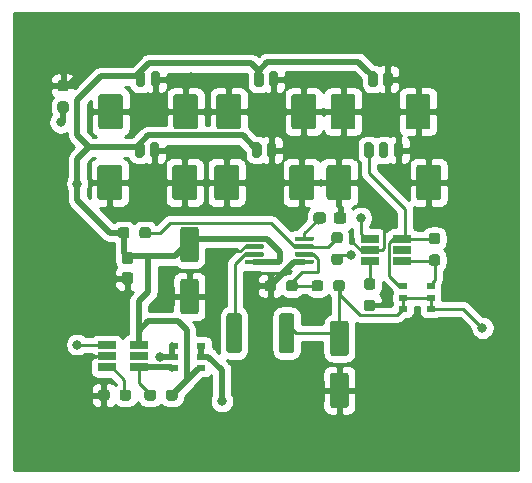
<source format=gtl>
G04 #@! TF.GenerationSoftware,KiCad,Pcbnew,5.1.10-88a1d61d58~90~ubuntu20.04.1*
G04 #@! TF.CreationDate,2021-11-23T17:05:44+00:00*
G04 #@! TF.ProjectId,LiPo-power,4c69506f-2d70-46f7-9765-722e6b696361,rev?*
G04 #@! TF.SameCoordinates,Original*
G04 #@! TF.FileFunction,Copper,L1,Top*
G04 #@! TF.FilePolarity,Positive*
%FSLAX46Y46*%
G04 Gerber Fmt 4.6, Leading zero omitted, Abs format (unit mm)*
G04 Created by KiCad (PCBNEW 5.1.10-88a1d61d58~90~ubuntu20.04.1) date 2021-11-23 17:05:44*
%MOMM*%
%LPD*%
G01*
G04 APERTURE LIST*
G04 #@! TA.AperFunction,SMDPad,CuDef*
%ADD10R,1.560000X0.650000*%
G04 #@! TD*
G04 #@! TA.AperFunction,SMDPad,CuDef*
%ADD11R,0.700000X0.510000*%
G04 #@! TD*
G04 #@! TA.AperFunction,ViaPad*
%ADD12C,0.800000*%
G04 #@! TD*
G04 #@! TA.AperFunction,Conductor*
%ADD13C,0.250000*%
G04 #@! TD*
G04 #@! TA.AperFunction,Conductor*
%ADD14C,0.500000*%
G04 #@! TD*
G04 #@! TA.AperFunction,Conductor*
%ADD15C,0.254000*%
G04 #@! TD*
G04 #@! TA.AperFunction,Conductor*
%ADD16C,0.100000*%
G04 #@! TD*
G04 APERTURE END LIST*
G04 #@! TA.AperFunction,SMDPad,CuDef*
G36*
G01*
X123037500Y-72287500D02*
X122562500Y-72287500D01*
G75*
G02*
X122325000Y-72050000I0J237500D01*
G01*
X122325000Y-71550000D01*
G75*
G02*
X122562500Y-71312500I237500J0D01*
G01*
X123037500Y-71312500D01*
G75*
G02*
X123275000Y-71550000I0J-237500D01*
G01*
X123275000Y-72050000D01*
G75*
G02*
X123037500Y-72287500I-237500J0D01*
G01*
G37*
G04 #@! TD.AperFunction*
G04 #@! TA.AperFunction,SMDPad,CuDef*
G36*
G01*
X123037500Y-74112500D02*
X122562500Y-74112500D01*
G75*
G02*
X122325000Y-73875000I0J237500D01*
G01*
X122325000Y-73375000D01*
G75*
G02*
X122562500Y-73137500I237500J0D01*
G01*
X123037500Y-73137500D01*
G75*
G02*
X123275000Y-73375000I0J-237500D01*
G01*
X123275000Y-73875000D01*
G75*
G02*
X123037500Y-74112500I-237500J0D01*
G01*
G37*
G04 #@! TD.AperFunction*
G04 #@! TA.AperFunction,SMDPad,CuDef*
G36*
G01*
X146237500Y-85162500D02*
X145762500Y-85162500D01*
G75*
G02*
X145525000Y-84925000I0J237500D01*
G01*
X145525000Y-84425000D01*
G75*
G02*
X145762500Y-84187500I237500J0D01*
G01*
X146237500Y-84187500D01*
G75*
G02*
X146475000Y-84425000I0J-237500D01*
G01*
X146475000Y-84925000D01*
G75*
G02*
X146237500Y-85162500I-237500J0D01*
G01*
G37*
G04 #@! TD.AperFunction*
G04 #@! TA.AperFunction,SMDPad,CuDef*
G36*
G01*
X146237500Y-86987500D02*
X145762500Y-86987500D01*
G75*
G02*
X145525000Y-86750000I0J237500D01*
G01*
X145525000Y-86250000D01*
G75*
G02*
X145762500Y-86012500I237500J0D01*
G01*
X146237500Y-86012500D01*
G75*
G02*
X146475000Y-86250000I0J-237500D01*
G01*
X146475000Y-86750000D01*
G75*
G02*
X146237500Y-86987500I-237500J0D01*
G01*
G37*
G04 #@! TD.AperFunction*
D10*
X129200000Y-94700000D03*
X129200000Y-93750000D03*
X129200000Y-95650000D03*
X126500000Y-95650000D03*
X126500000Y-94700000D03*
X126500000Y-93750000D03*
G04 #@! TA.AperFunction,SMDPad,CuDef*
G36*
G01*
X130662500Y-97762500D02*
X130662500Y-98237500D01*
G75*
G02*
X130425000Y-98475000I-237500J0D01*
G01*
X129925000Y-98475000D01*
G75*
G02*
X129687500Y-98237500I0J237500D01*
G01*
X129687500Y-97762500D01*
G75*
G02*
X129925000Y-97525000I237500J0D01*
G01*
X130425000Y-97525000D01*
G75*
G02*
X130662500Y-97762500I0J-237500D01*
G01*
G37*
G04 #@! TD.AperFunction*
G04 #@! TA.AperFunction,SMDPad,CuDef*
G36*
G01*
X132487500Y-97762500D02*
X132487500Y-98237500D01*
G75*
G02*
X132250000Y-98475000I-237500J0D01*
G01*
X131750000Y-98475000D01*
G75*
G02*
X131512500Y-98237500I0J237500D01*
G01*
X131512500Y-97762500D01*
G75*
G02*
X131750000Y-97525000I237500J0D01*
G01*
X132250000Y-97525000D01*
G75*
G02*
X132487500Y-97762500I0J-237500D01*
G01*
G37*
G04 #@! TD.AperFunction*
G04 #@! TA.AperFunction,SMDPad,CuDef*
G36*
G01*
X126737500Y-97762500D02*
X126737500Y-98237500D01*
G75*
G02*
X126500000Y-98475000I-237500J0D01*
G01*
X126000000Y-98475000D01*
G75*
G02*
X125762500Y-98237500I0J237500D01*
G01*
X125762500Y-97762500D01*
G75*
G02*
X126000000Y-97525000I237500J0D01*
G01*
X126500000Y-97525000D01*
G75*
G02*
X126737500Y-97762500I0J-237500D01*
G01*
G37*
G04 #@! TD.AperFunction*
G04 #@! TA.AperFunction,SMDPad,CuDef*
G36*
G01*
X128562500Y-97762500D02*
X128562500Y-98237500D01*
G75*
G02*
X128325000Y-98475000I-237500J0D01*
G01*
X127825000Y-98475000D01*
G75*
G02*
X127587500Y-98237500I0J237500D01*
G01*
X127587500Y-97762500D01*
G75*
G02*
X127825000Y-97525000I237500J0D01*
G01*
X128325000Y-97525000D01*
G75*
G02*
X128562500Y-97762500I0J-237500D01*
G01*
G37*
G04 #@! TD.AperFunction*
D11*
X134500000Y-93800000D03*
X134500000Y-94750000D03*
X134500000Y-95700000D03*
X132180000Y-95700000D03*
X132180000Y-94750000D03*
X132180000Y-93800000D03*
G04 #@! TA.AperFunction,SMDPad,CuDef*
G36*
G01*
X129262500Y-84487500D02*
X129262500Y-84012500D01*
G75*
G02*
X129500000Y-83775000I237500J0D01*
G01*
X130000000Y-83775000D01*
G75*
G02*
X130237500Y-84012500I0J-237500D01*
G01*
X130237500Y-84487500D01*
G75*
G02*
X130000000Y-84725000I-237500J0D01*
G01*
X129500000Y-84725000D01*
G75*
G02*
X129262500Y-84487500I0J237500D01*
G01*
G37*
G04 #@! TD.AperFunction*
G04 #@! TA.AperFunction,SMDPad,CuDef*
G36*
G01*
X127437500Y-84487500D02*
X127437500Y-84012500D01*
G75*
G02*
X127675000Y-83775000I237500J0D01*
G01*
X128175000Y-83775000D01*
G75*
G02*
X128412500Y-84012500I0J-237500D01*
G01*
X128412500Y-84487500D01*
G75*
G02*
X128175000Y-84725000I-237500J0D01*
G01*
X127675000Y-84725000D01*
G75*
G02*
X127437500Y-84487500I0J237500D01*
G01*
G37*
G04 #@! TD.AperFunction*
G04 #@! TA.AperFunction,SMDPad,CuDef*
G36*
G01*
X140825000Y-88512500D02*
X140825000Y-88987500D01*
G75*
G02*
X140587500Y-89225000I-237500J0D01*
G01*
X140087500Y-89225000D01*
G75*
G02*
X139850000Y-88987500I0J237500D01*
G01*
X139850000Y-88512500D01*
G75*
G02*
X140087500Y-88275000I237500J0D01*
G01*
X140587500Y-88275000D01*
G75*
G02*
X140825000Y-88512500I0J-237500D01*
G01*
G37*
G04 #@! TD.AperFunction*
G04 #@! TA.AperFunction,SMDPad,CuDef*
G36*
G01*
X142650000Y-88512500D02*
X142650000Y-88987500D01*
G75*
G02*
X142412500Y-89225000I-237500J0D01*
G01*
X141912500Y-89225000D01*
G75*
G02*
X141675000Y-88987500I0J237500D01*
G01*
X141675000Y-88512500D01*
G75*
G02*
X141912500Y-88275000I237500J0D01*
G01*
X142412500Y-88275000D01*
G75*
G02*
X142650000Y-88512500I0J-237500D01*
G01*
G37*
G04 #@! TD.AperFunction*
G04 #@! TA.AperFunction,SMDPad,CuDef*
G36*
G01*
X144825000Y-88512500D02*
X144825000Y-88987500D01*
G75*
G02*
X144587500Y-89225000I-237500J0D01*
G01*
X144087500Y-89225000D01*
G75*
G02*
X143850000Y-88987500I0J237500D01*
G01*
X143850000Y-88512500D01*
G75*
G02*
X144087500Y-88275000I237500J0D01*
G01*
X144587500Y-88275000D01*
G75*
G02*
X144825000Y-88512500I0J-237500D01*
G01*
G37*
G04 #@! TD.AperFunction*
G04 #@! TA.AperFunction,SMDPad,CuDef*
G36*
G01*
X146650000Y-88512500D02*
X146650000Y-88987500D01*
G75*
G02*
X146412500Y-89225000I-237500J0D01*
G01*
X145912500Y-89225000D01*
G75*
G02*
X145675000Y-88987500I0J237500D01*
G01*
X145675000Y-88512500D01*
G75*
G02*
X145912500Y-88275000I237500J0D01*
G01*
X146412500Y-88275000D01*
G75*
G02*
X146650000Y-88512500I0J-237500D01*
G01*
G37*
G04 #@! TD.AperFunction*
G04 #@! TA.AperFunction,SMDPad,CuDef*
G36*
G01*
X154012500Y-86087500D02*
X154487500Y-86087500D01*
G75*
G02*
X154725000Y-86325000I0J-237500D01*
G01*
X154725000Y-86825000D01*
G75*
G02*
X154487500Y-87062500I-237500J0D01*
G01*
X154012500Y-87062500D01*
G75*
G02*
X153775000Y-86825000I0J237500D01*
G01*
X153775000Y-86325000D01*
G75*
G02*
X154012500Y-86087500I237500J0D01*
G01*
G37*
G04 #@! TD.AperFunction*
G04 #@! TA.AperFunction,SMDPad,CuDef*
G36*
G01*
X154012500Y-84262500D02*
X154487500Y-84262500D01*
G75*
G02*
X154725000Y-84500000I0J-237500D01*
G01*
X154725000Y-85000000D01*
G75*
G02*
X154487500Y-85237500I-237500J0D01*
G01*
X154012500Y-85237500D01*
G75*
G02*
X153775000Y-85000000I0J237500D01*
G01*
X153775000Y-84500000D01*
G75*
G02*
X154012500Y-84262500I237500J0D01*
G01*
G37*
G04 #@! TD.AperFunction*
G04 #@! TA.AperFunction,SMDPad,CuDef*
G36*
G01*
X148512500Y-89925000D02*
X148987500Y-89925000D01*
G75*
G02*
X149225000Y-90162500I0J-237500D01*
G01*
X149225000Y-90662500D01*
G75*
G02*
X148987500Y-90900000I-237500J0D01*
G01*
X148512500Y-90900000D01*
G75*
G02*
X148275000Y-90662500I0J237500D01*
G01*
X148275000Y-90162500D01*
G75*
G02*
X148512500Y-89925000I237500J0D01*
G01*
G37*
G04 #@! TD.AperFunction*
G04 #@! TA.AperFunction,SMDPad,CuDef*
G36*
G01*
X148512500Y-88100000D02*
X148987500Y-88100000D01*
G75*
G02*
X149225000Y-88337500I0J-237500D01*
G01*
X149225000Y-88837500D01*
G75*
G02*
X148987500Y-89075000I-237500J0D01*
G01*
X148512500Y-89075000D01*
G75*
G02*
X148275000Y-88837500I0J237500D01*
G01*
X148275000Y-88337500D01*
G75*
G02*
X148512500Y-88100000I237500J0D01*
G01*
G37*
G04 #@! TD.AperFunction*
G04 #@! TA.AperFunction,SMDPad,CuDef*
G36*
G01*
X128012500Y-87575000D02*
X128487500Y-87575000D01*
G75*
G02*
X128725000Y-87812500I0J-237500D01*
G01*
X128725000Y-88412500D01*
G75*
G02*
X128487500Y-88650000I-237500J0D01*
G01*
X128012500Y-88650000D01*
G75*
G02*
X127775000Y-88412500I0J237500D01*
G01*
X127775000Y-87812500D01*
G75*
G02*
X128012500Y-87575000I237500J0D01*
G01*
G37*
G04 #@! TD.AperFunction*
G04 #@! TA.AperFunction,SMDPad,CuDef*
G36*
G01*
X128012500Y-85850000D02*
X128487500Y-85850000D01*
G75*
G02*
X128725000Y-86087500I0J-237500D01*
G01*
X128725000Y-86687500D01*
G75*
G02*
X128487500Y-86925000I-237500J0D01*
G01*
X128012500Y-86925000D01*
G75*
G02*
X127775000Y-86687500I0J237500D01*
G01*
X127775000Y-86087500D01*
G75*
G02*
X128012500Y-85850000I237500J0D01*
G01*
G37*
G04 #@! TD.AperFunction*
G04 #@! TA.AperFunction,SMDPad,CuDef*
G36*
G01*
X145712500Y-83237500D02*
X145712500Y-82762500D01*
G75*
G02*
X145950000Y-82525000I237500J0D01*
G01*
X146550000Y-82525000D01*
G75*
G02*
X146787500Y-82762500I0J-237500D01*
G01*
X146787500Y-83237500D01*
G75*
G02*
X146550000Y-83475000I-237500J0D01*
G01*
X145950000Y-83475000D01*
G75*
G02*
X145712500Y-83237500I0J237500D01*
G01*
G37*
G04 #@! TD.AperFunction*
G04 #@! TA.AperFunction,SMDPad,CuDef*
G36*
G01*
X143987500Y-83237500D02*
X143987500Y-82762500D01*
G75*
G02*
X144225000Y-82525000I237500J0D01*
G01*
X144825000Y-82525000D01*
G75*
G02*
X145062500Y-82762500I0J-237500D01*
G01*
X145062500Y-83237500D01*
G75*
G02*
X144825000Y-83475000I-237500J0D01*
G01*
X144225000Y-83475000D01*
G75*
G02*
X143987500Y-83237500I0J237500D01*
G01*
G37*
G04 #@! TD.AperFunction*
G04 #@! TA.AperFunction,SMDPad,CuDef*
G36*
G01*
X141950000Y-81250100D02*
X141950000Y-78749900D01*
G75*
G02*
X142199900Y-78500000I249900J0D01*
G01*
X143800100Y-78500000D01*
G75*
G02*
X144050000Y-78749900I0J-249900D01*
G01*
X144050000Y-81250100D01*
G75*
G02*
X143800100Y-81500000I-249900J0D01*
G01*
X142199900Y-81500000D01*
G75*
G02*
X141950000Y-81250100I0J249900D01*
G01*
G37*
G04 #@! TD.AperFunction*
G04 #@! TA.AperFunction,SMDPad,CuDef*
G36*
G01*
X135600000Y-81250100D02*
X135600000Y-78749900D01*
G75*
G02*
X135849900Y-78500000I249900J0D01*
G01*
X137450100Y-78500000D01*
G75*
G02*
X137700000Y-78749900I0J-249900D01*
G01*
X137700000Y-81250100D01*
G75*
G02*
X137450100Y-81500000I-249900J0D01*
G01*
X135849900Y-81500000D01*
G75*
G02*
X135600000Y-81250100I0J249900D01*
G01*
G37*
G04 #@! TD.AperFunction*
G04 #@! TA.AperFunction,SMDPad,CuDef*
G36*
G01*
X140050000Y-77700000D02*
X140050000Y-76800000D01*
G75*
G02*
X140250000Y-76600000I200000J0D01*
G01*
X140650000Y-76600000D01*
G75*
G02*
X140850000Y-76800000I0J-200000D01*
G01*
X140850000Y-77700000D01*
G75*
G02*
X140650000Y-77900000I-200000J0D01*
G01*
X140250000Y-77900000D01*
G75*
G02*
X140050000Y-77700000I0J200000D01*
G01*
G37*
G04 #@! TD.AperFunction*
G04 #@! TA.AperFunction,SMDPad,CuDef*
G36*
G01*
X138800000Y-77700000D02*
X138800000Y-76800000D01*
G75*
G02*
X139000000Y-76600000I200000J0D01*
G01*
X139400000Y-76600000D01*
G75*
G02*
X139600000Y-76800000I0J-200000D01*
G01*
X139600000Y-77700000D01*
G75*
G02*
X139400000Y-77900000I-200000J0D01*
G01*
X139000000Y-77900000D01*
G75*
G02*
X138800000Y-77700000I0J200000D01*
G01*
G37*
G04 #@! TD.AperFunction*
G04 #@! TA.AperFunction,SMDPad,CuDef*
G36*
G01*
X132050000Y-81250100D02*
X132050000Y-78749900D01*
G75*
G02*
X132299900Y-78500000I249900J0D01*
G01*
X133900100Y-78500000D01*
G75*
G02*
X134150000Y-78749900I0J-249900D01*
G01*
X134150000Y-81250100D01*
G75*
G02*
X133900100Y-81500000I-249900J0D01*
G01*
X132299900Y-81500000D01*
G75*
G02*
X132050000Y-81250100I0J249900D01*
G01*
G37*
G04 #@! TD.AperFunction*
G04 #@! TA.AperFunction,SMDPad,CuDef*
G36*
G01*
X125700000Y-81250100D02*
X125700000Y-78749900D01*
G75*
G02*
X125949900Y-78500000I249900J0D01*
G01*
X127550100Y-78500000D01*
G75*
G02*
X127800000Y-78749900I0J-249900D01*
G01*
X127800000Y-81250100D01*
G75*
G02*
X127550100Y-81500000I-249900J0D01*
G01*
X125949900Y-81500000D01*
G75*
G02*
X125700000Y-81250100I0J249900D01*
G01*
G37*
G04 #@! TD.AperFunction*
G04 #@! TA.AperFunction,SMDPad,CuDef*
G36*
G01*
X130150000Y-77700000D02*
X130150000Y-76800000D01*
G75*
G02*
X130350000Y-76600000I200000J0D01*
G01*
X130750000Y-76600000D01*
G75*
G02*
X130950000Y-76800000I0J-200000D01*
G01*
X130950000Y-77700000D01*
G75*
G02*
X130750000Y-77900000I-200000J0D01*
G01*
X130350000Y-77900000D01*
G75*
G02*
X130150000Y-77700000I0J200000D01*
G01*
G37*
G04 #@! TD.AperFunction*
G04 #@! TA.AperFunction,SMDPad,CuDef*
G36*
G01*
X128900000Y-77700000D02*
X128900000Y-76800000D01*
G75*
G02*
X129100000Y-76600000I200000J0D01*
G01*
X129500000Y-76600000D01*
G75*
G02*
X129700000Y-76800000I0J-200000D01*
G01*
X129700000Y-77700000D01*
G75*
G02*
X129500000Y-77900000I-200000J0D01*
G01*
X129100000Y-77900000D01*
G75*
G02*
X128900000Y-77700000I0J200000D01*
G01*
G37*
G04 #@! TD.AperFunction*
G04 #@! TA.AperFunction,SMDPad,CuDef*
G36*
G01*
X151800000Y-75250100D02*
X151800000Y-72749900D01*
G75*
G02*
X152049900Y-72500000I249900J0D01*
G01*
X153650100Y-72500000D01*
G75*
G02*
X153900000Y-72749900I0J-249900D01*
G01*
X153900000Y-75250100D01*
G75*
G02*
X153650100Y-75500000I-249900J0D01*
G01*
X152049900Y-75500000D01*
G75*
G02*
X151800000Y-75250100I0J249900D01*
G01*
G37*
G04 #@! TD.AperFunction*
G04 #@! TA.AperFunction,SMDPad,CuDef*
G36*
G01*
X145450000Y-75250100D02*
X145450000Y-72749900D01*
G75*
G02*
X145699900Y-72500000I249900J0D01*
G01*
X147300100Y-72500000D01*
G75*
G02*
X147550000Y-72749900I0J-249900D01*
G01*
X147550000Y-75250100D01*
G75*
G02*
X147300100Y-75500000I-249900J0D01*
G01*
X145699900Y-75500000D01*
G75*
G02*
X145450000Y-75250100I0J249900D01*
G01*
G37*
G04 #@! TD.AperFunction*
G04 #@! TA.AperFunction,SMDPad,CuDef*
G36*
G01*
X149900000Y-71700000D02*
X149900000Y-70800000D01*
G75*
G02*
X150100000Y-70600000I200000J0D01*
G01*
X150500000Y-70600000D01*
G75*
G02*
X150700000Y-70800000I0J-200000D01*
G01*
X150700000Y-71700000D01*
G75*
G02*
X150500000Y-71900000I-200000J0D01*
G01*
X150100000Y-71900000D01*
G75*
G02*
X149900000Y-71700000I0J200000D01*
G01*
G37*
G04 #@! TD.AperFunction*
G04 #@! TA.AperFunction,SMDPad,CuDef*
G36*
G01*
X148650000Y-71700000D02*
X148650000Y-70800000D01*
G75*
G02*
X148850000Y-70600000I200000J0D01*
G01*
X149250000Y-70600000D01*
G75*
G02*
X149450000Y-70800000I0J-200000D01*
G01*
X149450000Y-71700000D01*
G75*
G02*
X149250000Y-71900000I-200000J0D01*
G01*
X148850000Y-71900000D01*
G75*
G02*
X148650000Y-71700000I0J200000D01*
G01*
G37*
G04 #@! TD.AperFunction*
G04 #@! TA.AperFunction,SMDPad,CuDef*
G36*
G01*
X142125000Y-75250100D02*
X142125000Y-72749900D01*
G75*
G02*
X142374900Y-72500000I249900J0D01*
G01*
X143975100Y-72500000D01*
G75*
G02*
X144225000Y-72749900I0J-249900D01*
G01*
X144225000Y-75250100D01*
G75*
G02*
X143975100Y-75500000I-249900J0D01*
G01*
X142374900Y-75500000D01*
G75*
G02*
X142125000Y-75250100I0J249900D01*
G01*
G37*
G04 #@! TD.AperFunction*
G04 #@! TA.AperFunction,SMDPad,CuDef*
G36*
G01*
X135775000Y-75250100D02*
X135775000Y-72749900D01*
G75*
G02*
X136024900Y-72500000I249900J0D01*
G01*
X137625100Y-72500000D01*
G75*
G02*
X137875000Y-72749900I0J-249900D01*
G01*
X137875000Y-75250100D01*
G75*
G02*
X137625100Y-75500000I-249900J0D01*
G01*
X136024900Y-75500000D01*
G75*
G02*
X135775000Y-75250100I0J249900D01*
G01*
G37*
G04 #@! TD.AperFunction*
G04 #@! TA.AperFunction,SMDPad,CuDef*
G36*
G01*
X140225000Y-71700000D02*
X140225000Y-70800000D01*
G75*
G02*
X140425000Y-70600000I200000J0D01*
G01*
X140825000Y-70600000D01*
G75*
G02*
X141025000Y-70800000I0J-200000D01*
G01*
X141025000Y-71700000D01*
G75*
G02*
X140825000Y-71900000I-200000J0D01*
G01*
X140425000Y-71900000D01*
G75*
G02*
X140225000Y-71700000I0J200000D01*
G01*
G37*
G04 #@! TD.AperFunction*
G04 #@! TA.AperFunction,SMDPad,CuDef*
G36*
G01*
X138975000Y-71700000D02*
X138975000Y-70800000D01*
G75*
G02*
X139175000Y-70600000I200000J0D01*
G01*
X139575000Y-70600000D01*
G75*
G02*
X139775000Y-70800000I0J-200000D01*
G01*
X139775000Y-71700000D01*
G75*
G02*
X139575000Y-71900000I-200000J0D01*
G01*
X139175000Y-71900000D01*
G75*
G02*
X138975000Y-71700000I0J200000D01*
G01*
G37*
G04 #@! TD.AperFunction*
G04 #@! TA.AperFunction,SMDPad,CuDef*
G36*
G01*
X132125000Y-75250100D02*
X132125000Y-72749900D01*
G75*
G02*
X132374900Y-72500000I249900J0D01*
G01*
X133975100Y-72500000D01*
G75*
G02*
X134225000Y-72749900I0J-249900D01*
G01*
X134225000Y-75250100D01*
G75*
G02*
X133975100Y-75500000I-249900J0D01*
G01*
X132374900Y-75500000D01*
G75*
G02*
X132125000Y-75250100I0J249900D01*
G01*
G37*
G04 #@! TD.AperFunction*
G04 #@! TA.AperFunction,SMDPad,CuDef*
G36*
G01*
X125775000Y-75250100D02*
X125775000Y-72749900D01*
G75*
G02*
X126024900Y-72500000I249900J0D01*
G01*
X127625100Y-72500000D01*
G75*
G02*
X127875000Y-72749900I0J-249900D01*
G01*
X127875000Y-75250100D01*
G75*
G02*
X127625100Y-75500000I-249900J0D01*
G01*
X126024900Y-75500000D01*
G75*
G02*
X125775000Y-75250100I0J249900D01*
G01*
G37*
G04 #@! TD.AperFunction*
G04 #@! TA.AperFunction,SMDPad,CuDef*
G36*
G01*
X130225000Y-71700000D02*
X130225000Y-70800000D01*
G75*
G02*
X130425000Y-70600000I200000J0D01*
G01*
X130825000Y-70600000D01*
G75*
G02*
X131025000Y-70800000I0J-200000D01*
G01*
X131025000Y-71700000D01*
G75*
G02*
X130825000Y-71900000I-200000J0D01*
G01*
X130425000Y-71900000D01*
G75*
G02*
X130225000Y-71700000I0J200000D01*
G01*
G37*
G04 #@! TD.AperFunction*
G04 #@! TA.AperFunction,SMDPad,CuDef*
G36*
G01*
X128975000Y-71700000D02*
X128975000Y-70800000D01*
G75*
G02*
X129175000Y-70600000I200000J0D01*
G01*
X129575000Y-70600000D01*
G75*
G02*
X129775000Y-70800000I0J-200000D01*
G01*
X129775000Y-71700000D01*
G75*
G02*
X129575000Y-71900000I-200000J0D01*
G01*
X129175000Y-71900000D01*
G75*
G02*
X128975000Y-71700000I0J200000D01*
G01*
G37*
G04 #@! TD.AperFunction*
G04 #@! TA.AperFunction,SMDPad,CuDef*
G36*
G01*
X139800000Y-86625000D02*
X139800000Y-86825000D01*
G75*
G02*
X139700000Y-86925000I-100000J0D01*
G01*
X138275000Y-86925000D01*
G75*
G02*
X138175000Y-86825000I0J100000D01*
G01*
X138175000Y-86625000D01*
G75*
G02*
X138275000Y-86525000I100000J0D01*
G01*
X139700000Y-86525000D01*
G75*
G02*
X139800000Y-86625000I0J-100000D01*
G01*
G37*
G04 #@! TD.AperFunction*
G04 #@! TA.AperFunction,SMDPad,CuDef*
G36*
G01*
X139800000Y-85975000D02*
X139800000Y-86175000D01*
G75*
G02*
X139700000Y-86275000I-100000J0D01*
G01*
X138275000Y-86275000D01*
G75*
G02*
X138175000Y-86175000I0J100000D01*
G01*
X138175000Y-85975000D01*
G75*
G02*
X138275000Y-85875000I100000J0D01*
G01*
X139700000Y-85875000D01*
G75*
G02*
X139800000Y-85975000I0J-100000D01*
G01*
G37*
G04 #@! TD.AperFunction*
G04 #@! TA.AperFunction,SMDPad,CuDef*
G36*
G01*
X139800000Y-85325000D02*
X139800000Y-85525000D01*
G75*
G02*
X139700000Y-85625000I-100000J0D01*
G01*
X138275000Y-85625000D01*
G75*
G02*
X138175000Y-85525000I0J100000D01*
G01*
X138175000Y-85325000D01*
G75*
G02*
X138275000Y-85225000I100000J0D01*
G01*
X139700000Y-85225000D01*
G75*
G02*
X139800000Y-85325000I0J-100000D01*
G01*
G37*
G04 #@! TD.AperFunction*
G04 #@! TA.AperFunction,SMDPad,CuDef*
G36*
G01*
X139800000Y-84675000D02*
X139800000Y-84875000D01*
G75*
G02*
X139700000Y-84975000I-100000J0D01*
G01*
X138275000Y-84975000D01*
G75*
G02*
X138175000Y-84875000I0J100000D01*
G01*
X138175000Y-84675000D01*
G75*
G02*
X138275000Y-84575000I100000J0D01*
G01*
X139700000Y-84575000D01*
G75*
G02*
X139800000Y-84675000I0J-100000D01*
G01*
G37*
G04 #@! TD.AperFunction*
G04 #@! TA.AperFunction,SMDPad,CuDef*
G36*
G01*
X144025000Y-84675000D02*
X144025000Y-84875000D01*
G75*
G02*
X143925000Y-84975000I-100000J0D01*
G01*
X142500000Y-84975000D01*
G75*
G02*
X142400000Y-84875000I0J100000D01*
G01*
X142400000Y-84675000D01*
G75*
G02*
X142500000Y-84575000I100000J0D01*
G01*
X143925000Y-84575000D01*
G75*
G02*
X144025000Y-84675000I0J-100000D01*
G01*
G37*
G04 #@! TD.AperFunction*
G04 #@! TA.AperFunction,SMDPad,CuDef*
G36*
G01*
X144025000Y-85325000D02*
X144025000Y-85525000D01*
G75*
G02*
X143925000Y-85625000I-100000J0D01*
G01*
X142500000Y-85625000D01*
G75*
G02*
X142400000Y-85525000I0J100000D01*
G01*
X142400000Y-85325000D01*
G75*
G02*
X142500000Y-85225000I100000J0D01*
G01*
X143925000Y-85225000D01*
G75*
G02*
X144025000Y-85325000I0J-100000D01*
G01*
G37*
G04 #@! TD.AperFunction*
G04 #@! TA.AperFunction,SMDPad,CuDef*
G36*
G01*
X144025000Y-85975000D02*
X144025000Y-86175000D01*
G75*
G02*
X143925000Y-86275000I-100000J0D01*
G01*
X142500000Y-86275000D01*
G75*
G02*
X142400000Y-86175000I0J100000D01*
G01*
X142400000Y-85975000D01*
G75*
G02*
X142500000Y-85875000I100000J0D01*
G01*
X143925000Y-85875000D01*
G75*
G02*
X144025000Y-85975000I0J-100000D01*
G01*
G37*
G04 #@! TD.AperFunction*
G04 #@! TA.AperFunction,SMDPad,CuDef*
G36*
G01*
X144025000Y-86625000D02*
X144025000Y-86825000D01*
G75*
G02*
X143925000Y-86925000I-100000J0D01*
G01*
X142500000Y-86925000D01*
G75*
G02*
X142400000Y-86825000I0J100000D01*
G01*
X142400000Y-86625000D01*
G75*
G02*
X142500000Y-86525000I100000J0D01*
G01*
X143925000Y-86525000D01*
G75*
G02*
X144025000Y-86625000I0J-100000D01*
G01*
G37*
G04 #@! TD.AperFunction*
D10*
X151500000Y-85700000D03*
X151500000Y-84750000D03*
X151500000Y-86650000D03*
X148800000Y-86650000D03*
X148800000Y-85700000D03*
X148800000Y-84750000D03*
D11*
X151590000Y-90700000D03*
X151590000Y-89750000D03*
X151590000Y-88800000D03*
X153910000Y-88800000D03*
X153910000Y-89750000D03*
X153910000Y-90700000D03*
G04 #@! TA.AperFunction,SMDPad,CuDef*
G36*
G01*
X137925000Y-91299999D02*
X137925000Y-94200001D01*
G75*
G02*
X137675001Y-94450000I-249999J0D01*
G01*
X136874999Y-94450000D01*
G75*
G02*
X136625000Y-94200001I0J249999D01*
G01*
X136625000Y-91299999D01*
G75*
G02*
X136874999Y-91050000I249999J0D01*
G01*
X137675001Y-91050000D01*
G75*
G02*
X137925000Y-91299999I0J-249999D01*
G01*
G37*
G04 #@! TD.AperFunction*
G04 #@! TA.AperFunction,SMDPad,CuDef*
G36*
G01*
X142375000Y-91299999D02*
X142375000Y-94200001D01*
G75*
G02*
X142125001Y-94450000I-249999J0D01*
G01*
X141324999Y-94450000D01*
G75*
G02*
X141075000Y-94200001I0J249999D01*
G01*
X141075000Y-91299999D01*
G75*
G02*
X141324999Y-91050000I249999J0D01*
G01*
X142125001Y-91050000D01*
G75*
G02*
X142375000Y-91299999I0J-249999D01*
G01*
G37*
G04 #@! TD.AperFunction*
G04 #@! TA.AperFunction,SMDPad,CuDef*
G36*
G01*
X152700000Y-81250100D02*
X152700000Y-78749900D01*
G75*
G02*
X152949900Y-78500000I249900J0D01*
G01*
X154550100Y-78500000D01*
G75*
G02*
X154800000Y-78749900I0J-249900D01*
G01*
X154800000Y-81250100D01*
G75*
G02*
X154550100Y-81500000I-249900J0D01*
G01*
X152949900Y-81500000D01*
G75*
G02*
X152700000Y-81250100I0J249900D01*
G01*
G37*
G04 #@! TD.AperFunction*
G04 #@! TA.AperFunction,SMDPad,CuDef*
G36*
G01*
X145100000Y-81250100D02*
X145100000Y-78749900D01*
G75*
G02*
X145349900Y-78500000I249900J0D01*
G01*
X146950100Y-78500000D01*
G75*
G02*
X147200000Y-78749900I0J-249900D01*
G01*
X147200000Y-81250100D01*
G75*
G02*
X146950100Y-81500000I-249900J0D01*
G01*
X145349900Y-81500000D01*
G75*
G02*
X145100000Y-81250100I0J249900D01*
G01*
G37*
G04 #@! TD.AperFunction*
G04 #@! TA.AperFunction,SMDPad,CuDef*
G36*
G01*
X150800000Y-77700000D02*
X150800000Y-76800000D01*
G75*
G02*
X151000000Y-76600000I200000J0D01*
G01*
X151400000Y-76600000D01*
G75*
G02*
X151600000Y-76800000I0J-200000D01*
G01*
X151600000Y-77700000D01*
G75*
G02*
X151400000Y-77900000I-200000J0D01*
G01*
X151000000Y-77900000D01*
G75*
G02*
X150800000Y-77700000I0J200000D01*
G01*
G37*
G04 #@! TD.AperFunction*
G04 #@! TA.AperFunction,SMDPad,CuDef*
G36*
G01*
X149550000Y-77700000D02*
X149550000Y-76800000D01*
G75*
G02*
X149750000Y-76600000I200000J0D01*
G01*
X150150000Y-76600000D01*
G75*
G02*
X150350000Y-76800000I0J-200000D01*
G01*
X150350000Y-77700000D01*
G75*
G02*
X150150000Y-77900000I-200000J0D01*
G01*
X149750000Y-77900000D01*
G75*
G02*
X149550000Y-77700000I0J200000D01*
G01*
G37*
G04 #@! TD.AperFunction*
G04 #@! TA.AperFunction,SMDPad,CuDef*
G36*
G01*
X148300000Y-77700000D02*
X148300000Y-76800000D01*
G75*
G02*
X148500000Y-76600000I200000J0D01*
G01*
X148900000Y-76600000D01*
G75*
G02*
X149100000Y-76800000I0J-200000D01*
G01*
X149100000Y-77700000D01*
G75*
G02*
X148900000Y-77900000I-200000J0D01*
G01*
X148500000Y-77900000D01*
G75*
G02*
X148300000Y-77700000I0J200000D01*
G01*
G37*
G04 #@! TD.AperFunction*
G04 #@! TA.AperFunction,SMDPad,CuDef*
G36*
G01*
X145650000Y-96100000D02*
X146750000Y-96100000D01*
G75*
G02*
X147000000Y-96350000I0J-250000D01*
G01*
X147000000Y-98850000D01*
G75*
G02*
X146750000Y-99100000I-250000J0D01*
G01*
X145650000Y-99100000D01*
G75*
G02*
X145400000Y-98850000I0J250000D01*
G01*
X145400000Y-96350000D01*
G75*
G02*
X145650000Y-96100000I250000J0D01*
G01*
G37*
G04 #@! TD.AperFunction*
G04 #@! TA.AperFunction,SMDPad,CuDef*
G36*
G01*
X145650000Y-91700000D02*
X146750000Y-91700000D01*
G75*
G02*
X147000000Y-91950000I0J-250000D01*
G01*
X147000000Y-94450000D01*
G75*
G02*
X146750000Y-94700000I-250000J0D01*
G01*
X145650000Y-94700000D01*
G75*
G02*
X145400000Y-94450000I0J250000D01*
G01*
X145400000Y-91950000D01*
G75*
G02*
X145650000Y-91700000I250000J0D01*
G01*
G37*
G04 #@! TD.AperFunction*
G04 #@! TA.AperFunction,SMDPad,CuDef*
G36*
G01*
X132950000Y-88150000D02*
X134050000Y-88150000D01*
G75*
G02*
X134300000Y-88400000I0J-250000D01*
G01*
X134300000Y-90900000D01*
G75*
G02*
X134050000Y-91150000I-250000J0D01*
G01*
X132950000Y-91150000D01*
G75*
G02*
X132700000Y-90900000I0J250000D01*
G01*
X132700000Y-88400000D01*
G75*
G02*
X132950000Y-88150000I250000J0D01*
G01*
G37*
G04 #@! TD.AperFunction*
G04 #@! TA.AperFunction,SMDPad,CuDef*
G36*
G01*
X132950000Y-83750000D02*
X134050000Y-83750000D01*
G75*
G02*
X134300000Y-84000000I0J-250000D01*
G01*
X134300000Y-86500000D01*
G75*
G02*
X134050000Y-86750000I-250000J0D01*
G01*
X132950000Y-86750000D01*
G75*
G02*
X132700000Y-86500000I0J250000D01*
G01*
X132700000Y-84000000D01*
G75*
G02*
X132950000Y-83750000I250000J0D01*
G01*
G37*
G04 #@! TD.AperFunction*
D12*
X155000000Y-71500000D03*
X127000000Y-101000000D03*
X147250000Y-101250000D03*
X124250000Y-70750000D03*
X136000000Y-89750000D03*
X140500000Y-80500000D03*
X123250000Y-86500000D03*
X150200000Y-89600000D03*
X152700000Y-91500000D03*
X133600000Y-71100000D03*
X124000000Y-80100000D03*
X148000000Y-83000000D03*
X158300000Y-92300000D03*
X124000000Y-93750000D03*
X131000000Y-94800000D03*
X136250000Y-98500000D03*
X147139951Y-86114646D03*
X122600000Y-74900000D03*
D13*
X123300000Y-94700000D02*
X124050000Y-94700000D01*
X126500000Y-94700000D02*
X124050000Y-94700000D01*
D14*
X140450000Y-77250000D02*
X140450000Y-76700000D01*
X142362500Y-86725000D02*
X140337500Y-88750000D01*
X143212500Y-86725000D02*
X142362500Y-86725000D01*
D13*
X138188590Y-85425000D02*
X137813590Y-85800000D01*
X138987500Y-85425000D02*
X138188590Y-85425000D01*
X137813590Y-85800000D02*
X135900000Y-85800000D01*
X148800000Y-85700000D02*
X148000000Y-85700000D01*
X148000000Y-85700000D02*
X147300000Y-85000000D01*
D14*
X123200000Y-71800000D02*
X124250000Y-70750000D01*
X122800000Y-71800000D02*
X123200000Y-71800000D01*
D13*
X149944989Y-85585011D02*
X149944989Y-83955011D01*
X149830000Y-85700000D02*
X149944989Y-85585011D01*
X148800000Y-85700000D02*
X149830000Y-85700000D01*
X149944989Y-83955011D02*
X150300000Y-83600000D01*
X144362500Y-83387500D02*
X144500000Y-83250000D01*
X143212500Y-84312500D02*
X144525000Y-83000000D01*
X143212500Y-84775000D02*
X143212500Y-84312500D01*
D14*
X126750000Y-84250000D02*
X128000000Y-84250000D01*
X128000000Y-84250000D02*
X128000000Y-86000000D01*
X128000000Y-86000000D02*
X128250000Y-86250000D01*
X130000000Y-89250000D02*
X130000000Y-86250000D01*
X129200000Y-90050000D02*
X130000000Y-89250000D01*
X128250000Y-86250000D02*
X130000000Y-86250000D01*
X129200000Y-91200000D02*
X129200000Y-90050000D01*
X132000000Y-98000000D02*
X133250000Y-96750000D01*
X134250000Y-95750000D02*
X133250000Y-96750000D01*
X130000000Y-91750000D02*
X129200000Y-92550000D01*
X132500000Y-91750000D02*
X130000000Y-91750000D01*
X133250000Y-92500000D02*
X132500000Y-91750000D01*
X133250000Y-96750000D02*
X133250000Y-92500000D01*
X129200000Y-92550000D02*
X129200000Y-91200000D01*
X129200000Y-93750000D02*
X129200000Y-92550000D01*
X126750000Y-84250000D02*
X124000000Y-81500000D01*
X124000000Y-81500000D02*
X124000000Y-79886752D01*
X124000000Y-79886752D02*
X124000000Y-78000000D01*
X124000000Y-78000000D02*
X125000000Y-77000000D01*
X125000000Y-77000000D02*
X129000000Y-77000000D01*
X138987500Y-86725000D02*
X140000000Y-86750000D01*
X141052834Y-86750000D02*
X138987500Y-86725000D01*
X141200000Y-86602834D02*
X141052834Y-86750000D01*
X141200000Y-85900000D02*
X141200000Y-86602834D01*
X140050000Y-84750000D02*
X141200000Y-85900000D01*
X133750000Y-84750000D02*
X140050000Y-84750000D01*
X133500000Y-84500000D02*
X133750000Y-84750000D01*
X133000000Y-85000000D02*
X133500000Y-84500000D01*
X133000000Y-85500000D02*
X133000000Y-85000000D01*
X132250000Y-86250000D02*
X133000000Y-85500000D01*
X130000000Y-86250000D02*
X132250000Y-86250000D01*
X147800000Y-69800000D02*
X148450000Y-70450000D01*
X148274990Y-70274990D02*
X148450000Y-70450000D01*
X148450000Y-70450000D02*
X149000000Y-71000000D01*
X140100000Y-69800000D02*
X147800000Y-69800000D01*
X139375000Y-70525000D02*
X139375000Y-71250000D01*
X140100000Y-69800000D02*
X139375000Y-70525000D01*
X138750000Y-69900000D02*
X139375000Y-70525000D01*
X129000000Y-71000000D02*
X130100000Y-69900000D01*
X130100000Y-69900000D02*
X138750000Y-69900000D01*
X124000000Y-73000000D02*
X126000000Y-71000000D01*
X124000000Y-76000000D02*
X124000000Y-73000000D01*
X126000000Y-71000000D02*
X129000000Y-71000000D01*
X125000000Y-77000000D02*
X124000000Y-76000000D01*
X138000000Y-76000000D02*
X139000000Y-77000000D01*
X130000000Y-76000000D02*
X138000000Y-76000000D01*
X129300000Y-76700000D02*
X130000000Y-76000000D01*
X129300000Y-77250000D02*
X129300000Y-76700000D01*
D13*
X148700000Y-76800000D02*
X148700000Y-77250000D01*
X148700000Y-77250000D02*
X148700000Y-79200000D01*
X148700000Y-79200000D02*
X151750000Y-82250000D01*
X151750000Y-82250000D02*
X151750000Y-84500000D01*
X151750000Y-84500000D02*
X151500000Y-84750000D01*
X151500000Y-84750000D02*
X154250000Y-84750000D01*
X154250000Y-84750000D02*
X154000000Y-84750000D01*
X151500000Y-84750000D02*
X150750000Y-84750000D01*
X150394999Y-85105001D02*
X150394999Y-87894999D01*
X150750000Y-84750000D02*
X150394999Y-85105001D01*
X150394999Y-87894999D02*
X151250000Y-88750000D01*
X154250000Y-86575000D02*
X154250000Y-88250000D01*
X154250000Y-88250000D02*
X154000000Y-88500000D01*
X154000000Y-88500000D02*
X154000000Y-88750000D01*
X151500000Y-86650000D02*
X154100000Y-86650000D01*
X154100000Y-86650000D02*
X154250000Y-86500000D01*
X148800000Y-86650000D02*
X148800000Y-88450000D01*
X148800000Y-88450000D02*
X148750000Y-88500000D01*
X144337500Y-88750000D02*
X142250000Y-88750000D01*
X143976058Y-86075000D02*
X143212500Y-86075000D01*
X144350010Y-86448952D02*
X143976058Y-86075000D01*
X144300000Y-87600000D02*
X144350010Y-87549990D01*
X143000000Y-87600000D02*
X144300000Y-87600000D01*
X144350010Y-87549990D02*
X144350010Y-86448952D01*
X142162500Y-88437500D02*
X143000000Y-87600000D01*
X142162500Y-88750000D02*
X142162500Y-88437500D01*
X129750000Y-84250000D02*
X131000000Y-84250000D01*
X131000000Y-84250000D02*
X131825010Y-83424990D01*
X145250000Y-85425000D02*
X146000000Y-84675000D01*
X143212500Y-85425000D02*
X145250000Y-85425000D01*
X142400000Y-85425000D02*
X140399990Y-83424990D01*
X143212500Y-85425000D02*
X142400000Y-85425000D01*
X140399990Y-83424990D02*
X139924990Y-83424990D01*
X131825010Y-83424990D02*
X139924990Y-83424990D01*
X148800000Y-84750000D02*
X148450000Y-84750000D01*
X148000000Y-84300000D02*
X148000000Y-83000000D01*
X148450000Y-84750000D02*
X148000000Y-84300000D01*
X138175000Y-86075000D02*
X137350000Y-86900000D01*
X138987500Y-86075000D02*
X138175000Y-86075000D01*
X137350000Y-92675000D02*
X137275000Y-92750000D01*
X137350000Y-86900000D02*
X137350000Y-92675000D01*
X151064990Y-91225010D02*
X151590000Y-90700000D01*
X147975010Y-91225010D02*
X151064990Y-91225010D01*
X146250000Y-89500000D02*
X147975010Y-91225010D01*
X146250000Y-88750000D02*
X146250000Y-89500000D01*
X151590000Y-90700000D02*
X151590000Y-89750000D01*
X151590000Y-89750000D02*
X153910000Y-89750000D01*
X153910000Y-89750000D02*
X153910000Y-90700000D01*
X145750000Y-92750000D02*
X146200000Y-93200000D01*
X142500000Y-92750000D02*
X145750000Y-92750000D01*
X141750000Y-92000000D02*
X142500000Y-92750000D01*
X146162500Y-93162500D02*
X146200000Y-93200000D01*
X146162500Y-88750000D02*
X146162500Y-93162500D01*
X153910000Y-90700000D02*
X154600000Y-90700000D01*
X156700000Y-90700000D02*
X153910000Y-90700000D01*
X158300000Y-92300000D02*
X156700000Y-90700000D01*
D14*
X129200000Y-95650000D02*
X131900000Y-95650000D01*
X131900000Y-95650000D02*
X132000000Y-95750000D01*
D13*
X129200000Y-95650000D02*
X129200000Y-96950000D01*
X129200000Y-96950000D02*
X130250000Y-98000000D01*
X126500000Y-95650000D02*
X126900000Y-95650000D01*
X126900000Y-95650000D02*
X128000000Y-96750000D01*
X128000000Y-96750000D02*
X128000000Y-97750000D01*
X126500000Y-93750000D02*
X124000000Y-93750000D01*
D14*
X132000000Y-94750000D02*
X132000000Y-93750000D01*
D13*
X134450000Y-93800000D02*
X134500000Y-93850000D01*
D14*
X134500000Y-93850000D02*
X134500000Y-94750000D01*
X136250000Y-95900000D02*
X136250000Y-98500000D01*
X135100000Y-94750000D02*
X136250000Y-95900000D01*
X134500000Y-94750000D02*
X135100000Y-94750000D01*
X131050000Y-94750000D02*
X131000000Y-94800000D01*
X132180000Y-94750000D02*
X131050000Y-94750000D01*
D13*
X146385354Y-86114646D02*
X146000000Y-86500000D01*
X147139951Y-86114646D02*
X146385354Y-86114646D01*
D14*
X122800000Y-74700000D02*
X122600000Y-74900000D01*
X122800000Y-73625000D02*
X122800000Y-74700000D01*
D15*
X161340001Y-104340000D02*
X118660000Y-104340000D01*
X118660000Y-98475000D01*
X125124428Y-98475000D01*
X125136688Y-98599482D01*
X125172998Y-98719180D01*
X125231963Y-98829494D01*
X125311315Y-98926185D01*
X125408006Y-99005537D01*
X125518320Y-99064502D01*
X125638018Y-99100812D01*
X125762500Y-99113072D01*
X125964250Y-99110000D01*
X126123000Y-98951250D01*
X126123000Y-98127000D01*
X125286250Y-98127000D01*
X125127500Y-98285750D01*
X125124428Y-98475000D01*
X118660000Y-98475000D01*
X118660000Y-97525000D01*
X125124428Y-97525000D01*
X125127500Y-97714250D01*
X125286250Y-97873000D01*
X126123000Y-97873000D01*
X126123000Y-97048750D01*
X125964250Y-96890000D01*
X125762500Y-96886928D01*
X125638018Y-96899188D01*
X125518320Y-96935498D01*
X125408006Y-96994463D01*
X125311315Y-97073815D01*
X125231963Y-97170506D01*
X125172998Y-97280820D01*
X125136688Y-97400518D01*
X125124428Y-97525000D01*
X118660000Y-97525000D01*
X118660000Y-88650000D01*
X127136928Y-88650000D01*
X127149188Y-88774482D01*
X127185498Y-88894180D01*
X127244463Y-89004494D01*
X127323815Y-89101185D01*
X127420506Y-89180537D01*
X127530820Y-89239502D01*
X127650518Y-89275812D01*
X127775000Y-89288072D01*
X127964250Y-89285000D01*
X128123000Y-89126250D01*
X128123000Y-88239500D01*
X127298750Y-88239500D01*
X127140000Y-88398250D01*
X127136928Y-88650000D01*
X118660000Y-88650000D01*
X118660000Y-74798061D01*
X121565000Y-74798061D01*
X121565000Y-75001939D01*
X121604774Y-75201898D01*
X121682795Y-75390256D01*
X121796063Y-75559774D01*
X121940226Y-75703937D01*
X122109744Y-75817205D01*
X122298102Y-75895226D01*
X122498061Y-75935000D01*
X122701939Y-75935000D01*
X122901898Y-75895226D01*
X123090256Y-75817205D01*
X123115000Y-75800672D01*
X123115000Y-75956531D01*
X123110719Y-76000000D01*
X123115000Y-76043469D01*
X123115000Y-76043476D01*
X123122906Y-76123750D01*
X123127805Y-76173490D01*
X123129298Y-76178411D01*
X123178411Y-76340312D01*
X123260589Y-76494058D01*
X123371183Y-76628817D01*
X123404956Y-76656534D01*
X123748422Y-77000000D01*
X123404951Y-77343471D01*
X123371184Y-77371183D01*
X123343471Y-77404951D01*
X123343468Y-77404954D01*
X123260590Y-77505941D01*
X123178412Y-77659687D01*
X123127805Y-77826510D01*
X123110719Y-78000000D01*
X123115001Y-78043479D01*
X123115000Y-79561545D01*
X123082795Y-79609744D01*
X123004774Y-79798102D01*
X122965000Y-79998061D01*
X122965000Y-80201939D01*
X123004774Y-80401898D01*
X123082795Y-80590256D01*
X123115001Y-80638455D01*
X123115000Y-81456531D01*
X123110719Y-81500000D01*
X123115000Y-81543469D01*
X123115000Y-81543476D01*
X123127805Y-81673489D01*
X123178411Y-81840312D01*
X123260589Y-81994058D01*
X123371183Y-82128817D01*
X123404956Y-82156534D01*
X126093470Y-84845049D01*
X126121183Y-84878817D01*
X126154951Y-84906530D01*
X126154953Y-84906532D01*
X126189610Y-84934974D01*
X126255941Y-84989411D01*
X126409687Y-85071589D01*
X126576510Y-85122195D01*
X126706523Y-85135000D01*
X126706533Y-85135000D01*
X126749999Y-85139281D01*
X126793465Y-85135000D01*
X127090454Y-85135000D01*
X127115001Y-85155145D01*
X127115001Y-85956521D01*
X127110719Y-86000000D01*
X127127805Y-86173490D01*
X127136928Y-86203563D01*
X127136928Y-86687500D01*
X127153752Y-86858316D01*
X127203577Y-87022567D01*
X127283774Y-87172606D01*
X127244463Y-87220506D01*
X127185498Y-87330820D01*
X127149188Y-87450518D01*
X127136928Y-87575000D01*
X127140000Y-87826750D01*
X127298750Y-87985500D01*
X128123000Y-87985500D01*
X128123000Y-87965500D01*
X128377000Y-87965500D01*
X128377000Y-87985500D01*
X128397000Y-87985500D01*
X128397000Y-88239500D01*
X128377000Y-88239500D01*
X128377000Y-89126250D01*
X128535750Y-89285000D01*
X128710584Y-89287838D01*
X128604951Y-89393471D01*
X128571184Y-89421183D01*
X128543471Y-89454951D01*
X128543468Y-89454954D01*
X128460590Y-89555941D01*
X128378412Y-89709687D01*
X128327805Y-89876510D01*
X128310719Y-90050000D01*
X128315001Y-90093478D01*
X128315000Y-91243476D01*
X128315001Y-91243486D01*
X128315000Y-92506530D01*
X128310719Y-92550000D01*
X128315000Y-92593469D01*
X128315000Y-92593476D01*
X128315001Y-92593485D01*
X128315001Y-92797269D01*
X128295518Y-92799188D01*
X128175820Y-92835498D01*
X128065506Y-92894463D01*
X127968815Y-92973815D01*
X127889463Y-93070506D01*
X127850000Y-93144335D01*
X127810537Y-93070506D01*
X127731185Y-92973815D01*
X127634494Y-92894463D01*
X127524180Y-92835498D01*
X127404482Y-92799188D01*
X127280000Y-92786928D01*
X125720000Y-92786928D01*
X125595518Y-92799188D01*
X125475820Y-92835498D01*
X125365506Y-92894463D01*
X125268815Y-92973815D01*
X125255532Y-92990000D01*
X124703711Y-92990000D01*
X124659774Y-92946063D01*
X124490256Y-92832795D01*
X124301898Y-92754774D01*
X124101939Y-92715000D01*
X123898061Y-92715000D01*
X123698102Y-92754774D01*
X123509744Y-92832795D01*
X123340226Y-92946063D01*
X123196063Y-93090226D01*
X123082795Y-93259744D01*
X123004774Y-93448102D01*
X122965000Y-93648061D01*
X122965000Y-93851939D01*
X123004774Y-94051898D01*
X123082795Y-94240256D01*
X123196063Y-94409774D01*
X123340226Y-94553937D01*
X123509744Y-94667205D01*
X123698102Y-94745226D01*
X123898061Y-94785000D01*
X124101939Y-94785000D01*
X124301898Y-94745226D01*
X124490256Y-94667205D01*
X124659774Y-94553937D01*
X124703711Y-94510000D01*
X125180750Y-94510000D01*
X125243750Y-94573000D01*
X125325859Y-94573000D01*
X125365506Y-94605537D01*
X125475820Y-94664502D01*
X125592841Y-94700000D01*
X125475820Y-94735498D01*
X125365506Y-94794463D01*
X125325859Y-94827000D01*
X125243750Y-94827000D01*
X125085000Y-94985750D01*
X125081928Y-95025000D01*
X125094188Y-95149482D01*
X125101929Y-95175000D01*
X125094188Y-95200518D01*
X125081928Y-95325000D01*
X125081928Y-95975000D01*
X125094188Y-96099482D01*
X125130498Y-96219180D01*
X125189463Y-96329494D01*
X125268815Y-96426185D01*
X125365506Y-96505537D01*
X125475820Y-96564502D01*
X125595518Y-96600812D01*
X125720000Y-96613072D01*
X126788271Y-96613072D01*
X127240000Y-97064802D01*
X127240000Y-97115373D01*
X127229717Y-97123812D01*
X127188685Y-97073815D01*
X127091994Y-96994463D01*
X126981680Y-96935498D01*
X126861982Y-96899188D01*
X126737500Y-96886928D01*
X126535750Y-96890000D01*
X126377000Y-97048750D01*
X126377000Y-97873000D01*
X126397000Y-97873000D01*
X126397000Y-98127000D01*
X126377000Y-98127000D01*
X126377000Y-98951250D01*
X126535750Y-99110000D01*
X126737500Y-99113072D01*
X126861982Y-99100812D01*
X126981680Y-99064502D01*
X127091994Y-99005537D01*
X127188685Y-98926185D01*
X127229717Y-98876188D01*
X127338558Y-98965512D01*
X127489933Y-99046423D01*
X127654184Y-99096248D01*
X127825000Y-99113072D01*
X128325000Y-99113072D01*
X128495816Y-99096248D01*
X128660067Y-99046423D01*
X128811442Y-98965512D01*
X128944123Y-98856623D01*
X129053012Y-98723942D01*
X129125000Y-98589261D01*
X129196988Y-98723942D01*
X129305877Y-98856623D01*
X129438558Y-98965512D01*
X129589933Y-99046423D01*
X129754184Y-99096248D01*
X129925000Y-99113072D01*
X130425000Y-99113072D01*
X130595816Y-99096248D01*
X130760067Y-99046423D01*
X130911442Y-98965512D01*
X131044123Y-98856623D01*
X131087500Y-98803768D01*
X131130877Y-98856623D01*
X131263558Y-98965512D01*
X131414933Y-99046423D01*
X131579184Y-99096248D01*
X131750000Y-99113072D01*
X132250000Y-99113072D01*
X132420816Y-99096248D01*
X132585067Y-99046423D01*
X132736442Y-98965512D01*
X132869123Y-98856623D01*
X132978012Y-98723942D01*
X133058923Y-98572567D01*
X133108748Y-98408316D01*
X133125572Y-98237500D01*
X133125572Y-98126006D01*
X133845050Y-97406529D01*
X133878817Y-97378817D01*
X133906534Y-97345044D01*
X134658507Y-96593072D01*
X134850000Y-96593072D01*
X134974482Y-96580812D01*
X135094180Y-96544502D01*
X135204494Y-96485537D01*
X135301185Y-96406185D01*
X135365000Y-96328426D01*
X135365001Y-97961545D01*
X135332795Y-98009744D01*
X135254774Y-98198102D01*
X135215000Y-98398061D01*
X135215000Y-98601939D01*
X135254774Y-98801898D01*
X135332795Y-98990256D01*
X135446063Y-99159774D01*
X135590226Y-99303937D01*
X135759744Y-99417205D01*
X135948102Y-99495226D01*
X136148061Y-99535000D01*
X136351939Y-99535000D01*
X136551898Y-99495226D01*
X136740256Y-99417205D01*
X136909774Y-99303937D01*
X137053937Y-99159774D01*
X137093876Y-99100000D01*
X144761928Y-99100000D01*
X144774188Y-99224482D01*
X144810498Y-99344180D01*
X144869463Y-99454494D01*
X144948815Y-99551185D01*
X145045506Y-99630537D01*
X145155820Y-99689502D01*
X145275518Y-99725812D01*
X145400000Y-99738072D01*
X145914250Y-99735000D01*
X146073000Y-99576250D01*
X146073000Y-97727000D01*
X146327000Y-97727000D01*
X146327000Y-99576250D01*
X146485750Y-99735000D01*
X147000000Y-99738072D01*
X147124482Y-99725812D01*
X147244180Y-99689502D01*
X147354494Y-99630537D01*
X147451185Y-99551185D01*
X147530537Y-99454494D01*
X147589502Y-99344180D01*
X147625812Y-99224482D01*
X147638072Y-99100000D01*
X147635000Y-97885750D01*
X147476250Y-97727000D01*
X146327000Y-97727000D01*
X146073000Y-97727000D01*
X144923750Y-97727000D01*
X144765000Y-97885750D01*
X144761928Y-99100000D01*
X137093876Y-99100000D01*
X137167205Y-98990256D01*
X137245226Y-98801898D01*
X137285000Y-98601939D01*
X137285000Y-98398061D01*
X137245226Y-98198102D01*
X137167205Y-98009744D01*
X137135000Y-97961546D01*
X137135000Y-96100000D01*
X144761928Y-96100000D01*
X144765000Y-97314250D01*
X144923750Y-97473000D01*
X146073000Y-97473000D01*
X146073000Y-95623750D01*
X146327000Y-95623750D01*
X146327000Y-97473000D01*
X147476250Y-97473000D01*
X147635000Y-97314250D01*
X147638072Y-96100000D01*
X147625812Y-95975518D01*
X147589502Y-95855820D01*
X147530537Y-95745506D01*
X147451185Y-95648815D01*
X147354494Y-95569463D01*
X147244180Y-95510498D01*
X147124482Y-95474188D01*
X147000000Y-95461928D01*
X146485750Y-95465000D01*
X146327000Y-95623750D01*
X146073000Y-95623750D01*
X145914250Y-95465000D01*
X145400000Y-95461928D01*
X145275518Y-95474188D01*
X145155820Y-95510498D01*
X145045506Y-95569463D01*
X144948815Y-95648815D01*
X144869463Y-95745506D01*
X144810498Y-95855820D01*
X144774188Y-95975518D01*
X144761928Y-96100000D01*
X137135000Y-96100000D01*
X137135000Y-95943469D01*
X137139281Y-95900000D01*
X137135000Y-95856531D01*
X137135000Y-95856523D01*
X137122195Y-95726510D01*
X137110902Y-95689281D01*
X137071589Y-95559686D01*
X136989411Y-95405941D01*
X136906532Y-95304953D01*
X136906530Y-95304951D01*
X136878817Y-95271183D01*
X136845050Y-95243471D01*
X136659890Y-95058312D01*
X136701745Y-95071008D01*
X136874999Y-95088072D01*
X137675001Y-95088072D01*
X137848255Y-95071008D01*
X138014851Y-95020472D01*
X138168387Y-94938405D01*
X138302962Y-94827962D01*
X138413405Y-94693387D01*
X138495472Y-94539851D01*
X138546008Y-94373255D01*
X138563072Y-94200001D01*
X138563072Y-91299999D01*
X138546008Y-91126745D01*
X138495472Y-90960149D01*
X138413405Y-90806613D01*
X138302962Y-90672038D01*
X138168387Y-90561595D01*
X138110000Y-90530386D01*
X138110000Y-89225000D01*
X139211928Y-89225000D01*
X139224188Y-89349482D01*
X139260498Y-89469180D01*
X139319463Y-89579494D01*
X139398815Y-89676185D01*
X139495506Y-89755537D01*
X139605820Y-89814502D01*
X139725518Y-89850812D01*
X139850000Y-89863072D01*
X140051750Y-89860000D01*
X140210500Y-89701250D01*
X140210500Y-88877000D01*
X139373750Y-88877000D01*
X139215000Y-89035750D01*
X139211928Y-89225000D01*
X138110000Y-89225000D01*
X138110000Y-88275000D01*
X139211928Y-88275000D01*
X139215000Y-88464250D01*
X139373750Y-88623000D01*
X140210500Y-88623000D01*
X140210500Y-87798750D01*
X140051750Y-87640000D01*
X139850000Y-87636928D01*
X139725518Y-87649188D01*
X139605820Y-87685498D01*
X139495506Y-87744463D01*
X139398815Y-87823815D01*
X139319463Y-87920506D01*
X139260498Y-88030820D01*
X139224188Y-88150518D01*
X139211928Y-88275000D01*
X138110000Y-88275000D01*
X138110000Y-87542517D01*
X138131009Y-87548890D01*
X138275000Y-87563072D01*
X138702529Y-87563072D01*
X138715066Y-87567042D01*
X138792534Y-87592646D01*
X138798107Y-87593334D01*
X138803466Y-87595031D01*
X138884548Y-87604008D01*
X138922192Y-87608657D01*
X138927778Y-87608795D01*
X138933315Y-87609408D01*
X138971163Y-87609866D01*
X140021618Y-87635803D01*
X140151908Y-87626211D01*
X140159016Y-87624245D01*
X141004019Y-87634474D01*
X141052834Y-87639281D01*
X141134259Y-87631262D01*
X141215754Y-87624230D01*
X141220939Y-87622725D01*
X141226324Y-87622195D01*
X141304663Y-87598430D01*
X141383177Y-87575647D01*
X141387973Y-87573157D01*
X141393147Y-87571588D01*
X141465315Y-87533014D01*
X141537906Y-87495336D01*
X141542124Y-87491959D01*
X141546893Y-87489410D01*
X141610189Y-87437464D01*
X141673993Y-87386381D01*
X141705563Y-87348849D01*
X141795044Y-87259368D01*
X141828817Y-87231651D01*
X141837861Y-87220631D01*
X141874495Y-87286911D01*
X141955197Y-87382478D01*
X142052994Y-87460465D01*
X142060735Y-87464464D01*
X141885624Y-87639575D01*
X141741684Y-87653752D01*
X141577433Y-87703577D01*
X141426058Y-87784488D01*
X141317217Y-87873812D01*
X141276185Y-87823815D01*
X141179494Y-87744463D01*
X141069180Y-87685498D01*
X140949482Y-87649188D01*
X140825000Y-87636928D01*
X140623250Y-87640000D01*
X140464500Y-87798750D01*
X140464500Y-88623000D01*
X140484500Y-88623000D01*
X140484500Y-88877000D01*
X140464500Y-88877000D01*
X140464500Y-89701250D01*
X140623250Y-89860000D01*
X140825000Y-89863072D01*
X140949482Y-89850812D01*
X141069180Y-89814502D01*
X141179494Y-89755537D01*
X141276185Y-89676185D01*
X141317217Y-89626188D01*
X141426058Y-89715512D01*
X141577433Y-89796423D01*
X141741684Y-89846248D01*
X141912500Y-89863072D01*
X142412500Y-89863072D01*
X142583316Y-89846248D01*
X142747567Y-89796423D01*
X142898942Y-89715512D01*
X143031623Y-89606623D01*
X143110920Y-89510000D01*
X143389080Y-89510000D01*
X143468377Y-89606623D01*
X143601058Y-89715512D01*
X143752433Y-89796423D01*
X143916684Y-89846248D01*
X144087500Y-89863072D01*
X144587500Y-89863072D01*
X144758316Y-89846248D01*
X144922567Y-89796423D01*
X145073942Y-89715512D01*
X145206623Y-89606623D01*
X145250000Y-89553768D01*
X145293377Y-89606623D01*
X145402500Y-89696179D01*
X145402501Y-91101514D01*
X145310150Y-91129528D01*
X145156614Y-91211595D01*
X145022038Y-91322038D01*
X144911595Y-91456614D01*
X144829528Y-91610150D01*
X144778992Y-91776746D01*
X144761928Y-91950000D01*
X144761928Y-91990000D01*
X143013072Y-91990000D01*
X143013072Y-91299999D01*
X142996008Y-91126745D01*
X142945472Y-90960149D01*
X142863405Y-90806613D01*
X142752962Y-90672038D01*
X142618387Y-90561595D01*
X142464851Y-90479528D01*
X142298255Y-90428992D01*
X142125001Y-90411928D01*
X141324999Y-90411928D01*
X141151745Y-90428992D01*
X140985149Y-90479528D01*
X140831613Y-90561595D01*
X140697038Y-90672038D01*
X140586595Y-90806613D01*
X140504528Y-90960149D01*
X140453992Y-91126745D01*
X140436928Y-91299999D01*
X140436928Y-94200001D01*
X140453992Y-94373255D01*
X140504528Y-94539851D01*
X140586595Y-94693387D01*
X140697038Y-94827962D01*
X140831613Y-94938405D01*
X140985149Y-95020472D01*
X141151745Y-95071008D01*
X141324999Y-95088072D01*
X142125001Y-95088072D01*
X142298255Y-95071008D01*
X142464851Y-95020472D01*
X142618387Y-94938405D01*
X142752962Y-94827962D01*
X142863405Y-94693387D01*
X142945472Y-94539851D01*
X142996008Y-94373255D01*
X143013072Y-94200001D01*
X143013072Y-93510000D01*
X144761928Y-93510000D01*
X144761928Y-94450000D01*
X144778992Y-94623254D01*
X144829528Y-94789850D01*
X144911595Y-94943386D01*
X145022038Y-95077962D01*
X145156614Y-95188405D01*
X145310150Y-95270472D01*
X145476746Y-95321008D01*
X145650000Y-95338072D01*
X146750000Y-95338072D01*
X146923254Y-95321008D01*
X147089850Y-95270472D01*
X147243386Y-95188405D01*
X147377962Y-95077962D01*
X147488405Y-94943386D01*
X147570472Y-94789850D01*
X147621008Y-94623254D01*
X147638072Y-94450000D01*
X147638072Y-91950000D01*
X147633567Y-91904260D01*
X147682763Y-91930556D01*
X147826024Y-91974013D01*
X147975010Y-91988687D01*
X148012343Y-91985010D01*
X151027668Y-91985010D01*
X151064990Y-91988686D01*
X151102312Y-91985010D01*
X151102323Y-91985010D01*
X151213976Y-91974013D01*
X151357237Y-91930556D01*
X151489266Y-91859984D01*
X151604991Y-91765011D01*
X151628793Y-91736008D01*
X151771729Y-91593072D01*
X151940000Y-91593072D01*
X152064482Y-91580812D01*
X152184180Y-91544502D01*
X152294494Y-91485537D01*
X152391185Y-91406185D01*
X152470537Y-91309494D01*
X152529502Y-91199180D01*
X152565812Y-91079482D01*
X152578072Y-90955000D01*
X152578072Y-90510000D01*
X152921928Y-90510000D01*
X152921928Y-90955000D01*
X152934188Y-91079482D01*
X152970498Y-91199180D01*
X153029463Y-91309494D01*
X153108815Y-91406185D01*
X153205506Y-91485537D01*
X153315820Y-91544502D01*
X153435518Y-91580812D01*
X153560000Y-91593072D01*
X154260000Y-91593072D01*
X154384482Y-91580812D01*
X154504180Y-91544502D01*
X154614494Y-91485537D01*
X154645611Y-91460000D01*
X156385199Y-91460000D01*
X157265000Y-92339802D01*
X157265000Y-92401939D01*
X157304774Y-92601898D01*
X157382795Y-92790256D01*
X157496063Y-92959774D01*
X157640226Y-93103937D01*
X157809744Y-93217205D01*
X157998102Y-93295226D01*
X158198061Y-93335000D01*
X158401939Y-93335000D01*
X158601898Y-93295226D01*
X158790256Y-93217205D01*
X158959774Y-93103937D01*
X159103937Y-92959774D01*
X159217205Y-92790256D01*
X159295226Y-92601898D01*
X159335000Y-92401939D01*
X159335000Y-92198061D01*
X159295226Y-91998102D01*
X159217205Y-91809744D01*
X159103937Y-91640226D01*
X158959774Y-91496063D01*
X158790256Y-91382795D01*
X158601898Y-91304774D01*
X158401939Y-91265000D01*
X158339802Y-91265000D01*
X157263804Y-90189003D01*
X157240001Y-90159999D01*
X157124276Y-90065026D01*
X156992247Y-89994454D01*
X156848986Y-89950997D01*
X156737333Y-89940000D01*
X156737322Y-89940000D01*
X156700000Y-89936324D01*
X156662678Y-89940000D01*
X154898072Y-89940000D01*
X154898072Y-89495000D01*
X154885812Y-89370518D01*
X154856837Y-89275000D01*
X154885812Y-89179482D01*
X154898072Y-89055000D01*
X154898072Y-88649772D01*
X154955546Y-88542247D01*
X154999003Y-88398986D01*
X155010000Y-88287333D01*
X155010000Y-88287324D01*
X155013676Y-88250001D01*
X155010000Y-88212678D01*
X155010000Y-87523420D01*
X155106623Y-87444123D01*
X155215512Y-87311442D01*
X155296423Y-87160067D01*
X155346248Y-86995816D01*
X155363072Y-86825000D01*
X155363072Y-86325000D01*
X155346248Y-86154184D01*
X155296423Y-85989933D01*
X155215512Y-85838558D01*
X155106623Y-85705877D01*
X155053768Y-85662500D01*
X155106623Y-85619123D01*
X155215512Y-85486442D01*
X155296423Y-85335067D01*
X155346248Y-85170816D01*
X155363072Y-85000000D01*
X155363072Y-84500000D01*
X155346248Y-84329184D01*
X155296423Y-84164933D01*
X155215512Y-84013558D01*
X155106623Y-83880877D01*
X154973942Y-83771988D01*
X154822567Y-83691077D01*
X154658316Y-83641252D01*
X154487500Y-83624428D01*
X154012500Y-83624428D01*
X153841684Y-83641252D01*
X153677433Y-83691077D01*
X153526058Y-83771988D01*
X153393377Y-83880877D01*
X153303822Y-83990000D01*
X152744468Y-83990000D01*
X152731185Y-83973815D01*
X152634494Y-83894463D01*
X152524180Y-83835498D01*
X152510000Y-83831197D01*
X152510000Y-82287322D01*
X152513676Y-82249999D01*
X152510000Y-82212676D01*
X152510000Y-82212667D01*
X152499164Y-82102650D01*
X152575518Y-82125812D01*
X152700000Y-82138072D01*
X153464250Y-82135000D01*
X153623000Y-81976250D01*
X153623000Y-80127000D01*
X153877000Y-80127000D01*
X153877000Y-81976250D01*
X154035750Y-82135000D01*
X154800000Y-82138072D01*
X154924482Y-82125812D01*
X155044180Y-82089502D01*
X155154494Y-82030537D01*
X155251185Y-81951185D01*
X155330537Y-81854494D01*
X155389502Y-81744180D01*
X155425812Y-81624482D01*
X155438072Y-81500000D01*
X155435000Y-80285750D01*
X155276250Y-80127000D01*
X153877000Y-80127000D01*
X153623000Y-80127000D01*
X152223750Y-80127000D01*
X152065000Y-80285750D01*
X152061960Y-81487159D01*
X149460000Y-78885199D01*
X149460000Y-78483596D01*
X149586500Y-78521969D01*
X149750000Y-78538072D01*
X150150000Y-78538072D01*
X150313500Y-78521969D01*
X150470716Y-78474278D01*
X150499027Y-78459145D01*
X150555820Y-78489502D01*
X150675518Y-78525812D01*
X150800000Y-78538072D01*
X150914250Y-78535000D01*
X151073000Y-78376250D01*
X151073000Y-77377000D01*
X151327000Y-77377000D01*
X151327000Y-78376250D01*
X151485750Y-78535000D01*
X151600000Y-78538072D01*
X151724482Y-78525812D01*
X151844180Y-78489502D01*
X151954494Y-78430537D01*
X152051185Y-78351185D01*
X152099386Y-78292452D01*
X152074188Y-78375518D01*
X152061928Y-78500000D01*
X152065000Y-79714250D01*
X152223750Y-79873000D01*
X153623000Y-79873000D01*
X153623000Y-78023750D01*
X153877000Y-78023750D01*
X153877000Y-79873000D01*
X155276250Y-79873000D01*
X155435000Y-79714250D01*
X155438072Y-78500000D01*
X155425812Y-78375518D01*
X155389502Y-78255820D01*
X155330537Y-78145506D01*
X155251185Y-78048815D01*
X155154494Y-77969463D01*
X155044180Y-77910498D01*
X154924482Y-77874188D01*
X154800000Y-77861928D01*
X154035750Y-77865000D01*
X153877000Y-78023750D01*
X153623000Y-78023750D01*
X153464250Y-77865000D01*
X152700000Y-77861928D01*
X152575518Y-77874188D01*
X152455820Y-77910498D01*
X152345506Y-77969463D01*
X152248815Y-78048815D01*
X152200614Y-78107548D01*
X152225812Y-78024482D01*
X152238072Y-77900000D01*
X152235000Y-77535750D01*
X152076250Y-77377000D01*
X151327000Y-77377000D01*
X151073000Y-77377000D01*
X151053000Y-77377000D01*
X151053000Y-77123000D01*
X151073000Y-77123000D01*
X151073000Y-76123750D01*
X150914250Y-75965000D01*
X150800000Y-75961928D01*
X150675518Y-75974188D01*
X150555820Y-76010498D01*
X150499027Y-76040855D01*
X150470716Y-76025722D01*
X150313500Y-75978031D01*
X150150000Y-75961928D01*
X149750000Y-75961928D01*
X149586500Y-75978031D01*
X149429284Y-76025722D01*
X149325000Y-76081463D01*
X149220716Y-76025722D01*
X149063500Y-75978031D01*
X148900000Y-75961928D01*
X148500000Y-75961928D01*
X148336500Y-75978031D01*
X148179284Y-76025722D01*
X148034392Y-76103169D01*
X147907394Y-76207394D01*
X147803169Y-76334392D01*
X147725722Y-76479284D01*
X147678031Y-76636500D01*
X147661928Y-76800000D01*
X147661928Y-77700000D01*
X147678031Y-77863500D01*
X147725722Y-78020716D01*
X147803169Y-78165608D01*
X147907394Y-78292606D01*
X147940001Y-78319366D01*
X147940001Y-79162668D01*
X147936324Y-79200000D01*
X147940001Y-79237333D01*
X147945786Y-79296063D01*
X147950998Y-79348985D01*
X147994454Y-79492246D01*
X148065026Y-79624276D01*
X148136201Y-79711002D01*
X148160000Y-79740001D01*
X148188998Y-79763799D01*
X150990000Y-82564802D01*
X150990001Y-83786928D01*
X150720000Y-83786928D01*
X150595518Y-83799188D01*
X150475820Y-83835498D01*
X150365506Y-83894463D01*
X150268815Y-83973815D01*
X150189463Y-84070506D01*
X150150000Y-84144335D01*
X150110537Y-84070506D01*
X150031185Y-83973815D01*
X149934494Y-83894463D01*
X149824180Y-83835498D01*
X149704482Y-83799188D01*
X149580000Y-83786928D01*
X148760000Y-83786928D01*
X148760000Y-83703711D01*
X148803937Y-83659774D01*
X148917205Y-83490256D01*
X148995226Y-83301898D01*
X149035000Y-83101939D01*
X149035000Y-82898061D01*
X148995226Y-82698102D01*
X148917205Y-82509744D01*
X148803937Y-82340226D01*
X148659774Y-82196063D01*
X148490256Y-82082795D01*
X148301898Y-82004774D01*
X148101939Y-81965000D01*
X147898061Y-81965000D01*
X147698102Y-82004774D01*
X147509744Y-82082795D01*
X147340226Y-82196063D01*
X147334668Y-82201621D01*
X147318037Y-82170506D01*
X147284583Y-82129742D01*
X147324482Y-82125812D01*
X147444180Y-82089502D01*
X147554494Y-82030537D01*
X147651185Y-81951185D01*
X147730537Y-81854494D01*
X147789502Y-81744180D01*
X147825812Y-81624482D01*
X147838072Y-81500000D01*
X147835000Y-80285750D01*
X147676250Y-80127000D01*
X146277000Y-80127000D01*
X146277000Y-81976250D01*
X146377000Y-82076250D01*
X146377000Y-82873000D01*
X146397000Y-82873000D01*
X146397000Y-83127000D01*
X146377000Y-83127000D01*
X146377000Y-83147000D01*
X146123000Y-83147000D01*
X146123000Y-83127000D01*
X146103000Y-83127000D01*
X146103000Y-82873000D01*
X146123000Y-82873000D01*
X146123000Y-82048750D01*
X146023000Y-81948750D01*
X146023000Y-80127000D01*
X144623750Y-80127000D01*
X144575000Y-80175750D01*
X144526250Y-80127000D01*
X143127000Y-80127000D01*
X143127000Y-81976250D01*
X143285750Y-82135000D01*
X143614474Y-82136321D01*
X143605877Y-82143377D01*
X143496988Y-82276058D01*
X143416077Y-82427433D01*
X143366252Y-82591684D01*
X143349428Y-82762500D01*
X143349428Y-83100770D01*
X142701498Y-83748701D01*
X142672500Y-83772499D01*
X142577526Y-83888224D01*
X142551493Y-83936928D01*
X142500000Y-83936928D01*
X142356009Y-83951110D01*
X142217552Y-83993110D01*
X142103744Y-84053942D01*
X140963794Y-82913993D01*
X140939991Y-82884989D01*
X140824266Y-82790016D01*
X140692237Y-82719444D01*
X140548976Y-82675987D01*
X140437323Y-82664990D01*
X140437312Y-82664990D01*
X140399990Y-82661314D01*
X140362668Y-82664990D01*
X131862332Y-82664990D01*
X131825009Y-82661314D01*
X131787686Y-82664990D01*
X131787677Y-82664990D01*
X131676024Y-82675987D01*
X131532763Y-82719444D01*
X131400734Y-82790016D01*
X131285009Y-82884989D01*
X131261211Y-82913988D01*
X130692460Y-83482738D01*
X130619123Y-83393377D01*
X130486442Y-83284488D01*
X130335067Y-83203577D01*
X130170816Y-83153752D01*
X130000000Y-83136928D01*
X129500000Y-83136928D01*
X129329184Y-83153752D01*
X129164933Y-83203577D01*
X129013558Y-83284488D01*
X128880877Y-83393377D01*
X128837500Y-83446232D01*
X128794123Y-83393377D01*
X128661442Y-83284488D01*
X128510067Y-83203577D01*
X128345816Y-83153752D01*
X128175000Y-83136928D01*
X127675000Y-83136928D01*
X127504184Y-83153752D01*
X127339933Y-83203577D01*
X127188558Y-83284488D01*
X127104803Y-83353224D01*
X125888891Y-82137313D01*
X126464250Y-82135000D01*
X126623000Y-81976250D01*
X126623000Y-80127000D01*
X126877000Y-80127000D01*
X126877000Y-81976250D01*
X127035750Y-82135000D01*
X127800000Y-82138072D01*
X127924482Y-82125812D01*
X128044180Y-82089502D01*
X128154494Y-82030537D01*
X128251185Y-81951185D01*
X128330537Y-81854494D01*
X128389502Y-81744180D01*
X128425812Y-81624482D01*
X128438072Y-81500000D01*
X131411928Y-81500000D01*
X131424188Y-81624482D01*
X131460498Y-81744180D01*
X131519463Y-81854494D01*
X131598815Y-81951185D01*
X131695506Y-82030537D01*
X131805820Y-82089502D01*
X131925518Y-82125812D01*
X132050000Y-82138072D01*
X132814250Y-82135000D01*
X132973000Y-81976250D01*
X132973000Y-80127000D01*
X133227000Y-80127000D01*
X133227000Y-81976250D01*
X133385750Y-82135000D01*
X134150000Y-82138072D01*
X134274482Y-82125812D01*
X134394180Y-82089502D01*
X134504494Y-82030537D01*
X134601185Y-81951185D01*
X134680537Y-81854494D01*
X134739502Y-81744180D01*
X134775812Y-81624482D01*
X134788072Y-81500000D01*
X134961928Y-81500000D01*
X134974188Y-81624482D01*
X135010498Y-81744180D01*
X135069463Y-81854494D01*
X135148815Y-81951185D01*
X135245506Y-82030537D01*
X135355820Y-82089502D01*
X135475518Y-82125812D01*
X135600000Y-82138072D01*
X136364250Y-82135000D01*
X136523000Y-81976250D01*
X136523000Y-80127000D01*
X136777000Y-80127000D01*
X136777000Y-81976250D01*
X136935750Y-82135000D01*
X137700000Y-82138072D01*
X137824482Y-82125812D01*
X137944180Y-82089502D01*
X138054494Y-82030537D01*
X138151185Y-81951185D01*
X138230537Y-81854494D01*
X138289502Y-81744180D01*
X138325812Y-81624482D01*
X138338072Y-81500000D01*
X141311928Y-81500000D01*
X141324188Y-81624482D01*
X141360498Y-81744180D01*
X141419463Y-81854494D01*
X141498815Y-81951185D01*
X141595506Y-82030537D01*
X141705820Y-82089502D01*
X141825518Y-82125812D01*
X141950000Y-82138072D01*
X142714250Y-82135000D01*
X142873000Y-81976250D01*
X142873000Y-80127000D01*
X141473750Y-80127000D01*
X141315000Y-80285750D01*
X141311928Y-81500000D01*
X138338072Y-81500000D01*
X138335000Y-80285750D01*
X138176250Y-80127000D01*
X136777000Y-80127000D01*
X136523000Y-80127000D01*
X135123750Y-80127000D01*
X134965000Y-80285750D01*
X134961928Y-81500000D01*
X134788072Y-81500000D01*
X134785000Y-80285750D01*
X134626250Y-80127000D01*
X133227000Y-80127000D01*
X132973000Y-80127000D01*
X131573750Y-80127000D01*
X131415000Y-80285750D01*
X131411928Y-81500000D01*
X128438072Y-81500000D01*
X128435000Y-80285750D01*
X128276250Y-80127000D01*
X126877000Y-80127000D01*
X126623000Y-80127000D01*
X125223750Y-80127000D01*
X125065000Y-80285750D01*
X125062407Y-81310828D01*
X124885000Y-81133422D01*
X124885000Y-80638454D01*
X124917205Y-80590256D01*
X124995226Y-80401898D01*
X125035000Y-80201939D01*
X125035000Y-79998061D01*
X124995226Y-79798102D01*
X124917205Y-79609744D01*
X124885000Y-79561546D01*
X124885000Y-78366578D01*
X125366579Y-77885000D01*
X125539876Y-77885000D01*
X125455820Y-77910498D01*
X125345506Y-77969463D01*
X125248815Y-78048815D01*
X125169463Y-78145506D01*
X125110498Y-78255820D01*
X125074188Y-78375518D01*
X125061928Y-78500000D01*
X125065000Y-79714250D01*
X125223750Y-79873000D01*
X126623000Y-79873000D01*
X126623000Y-79853000D01*
X126877000Y-79853000D01*
X126877000Y-79873000D01*
X128276250Y-79873000D01*
X128435000Y-79714250D01*
X128438072Y-78500000D01*
X128425812Y-78375518D01*
X128389502Y-78255820D01*
X128330537Y-78145506D01*
X128251185Y-78048815D01*
X128154494Y-77969463D01*
X128044180Y-77910498D01*
X127960124Y-77885000D01*
X128284553Y-77885000D01*
X128325722Y-78020716D01*
X128403169Y-78165608D01*
X128507394Y-78292606D01*
X128634392Y-78396831D01*
X128779284Y-78474278D01*
X128936500Y-78521969D01*
X129100000Y-78538072D01*
X129500000Y-78538072D01*
X129663500Y-78521969D01*
X129820716Y-78474278D01*
X129849027Y-78459145D01*
X129905820Y-78489502D01*
X130025518Y-78525812D01*
X130150000Y-78538072D01*
X130264250Y-78535000D01*
X130423000Y-78376250D01*
X130423000Y-77377000D01*
X130677000Y-77377000D01*
X130677000Y-78376250D01*
X130835750Y-78535000D01*
X130950000Y-78538072D01*
X131074482Y-78525812D01*
X131194180Y-78489502D01*
X131304494Y-78430537D01*
X131401185Y-78351185D01*
X131449386Y-78292452D01*
X131424188Y-78375518D01*
X131411928Y-78500000D01*
X131415000Y-79714250D01*
X131573750Y-79873000D01*
X132973000Y-79873000D01*
X132973000Y-78023750D01*
X133227000Y-78023750D01*
X133227000Y-79873000D01*
X134626250Y-79873000D01*
X134785000Y-79714250D01*
X134788072Y-78500000D01*
X134961928Y-78500000D01*
X134965000Y-79714250D01*
X135123750Y-79873000D01*
X136523000Y-79873000D01*
X136523000Y-78023750D01*
X136777000Y-78023750D01*
X136777000Y-79873000D01*
X138176250Y-79873000D01*
X138335000Y-79714250D01*
X138338072Y-78500000D01*
X138325812Y-78375518D01*
X138289502Y-78255820D01*
X138230537Y-78145506D01*
X138151185Y-78048815D01*
X138054494Y-77969463D01*
X137944180Y-77910498D01*
X137824482Y-77874188D01*
X137700000Y-77861928D01*
X136935750Y-77865000D01*
X136777000Y-78023750D01*
X136523000Y-78023750D01*
X136364250Y-77865000D01*
X135600000Y-77861928D01*
X135475518Y-77874188D01*
X135355820Y-77910498D01*
X135245506Y-77969463D01*
X135148815Y-78048815D01*
X135069463Y-78145506D01*
X135010498Y-78255820D01*
X134974188Y-78375518D01*
X134961928Y-78500000D01*
X134788072Y-78500000D01*
X134775812Y-78375518D01*
X134739502Y-78255820D01*
X134680537Y-78145506D01*
X134601185Y-78048815D01*
X134504494Y-77969463D01*
X134394180Y-77910498D01*
X134274482Y-77874188D01*
X134150000Y-77861928D01*
X133385750Y-77865000D01*
X133227000Y-78023750D01*
X132973000Y-78023750D01*
X132814250Y-77865000D01*
X132050000Y-77861928D01*
X131925518Y-77874188D01*
X131805820Y-77910498D01*
X131695506Y-77969463D01*
X131598815Y-78048815D01*
X131550614Y-78107548D01*
X131575812Y-78024482D01*
X131588072Y-77900000D01*
X131585000Y-77535750D01*
X131426250Y-77377000D01*
X130677000Y-77377000D01*
X130423000Y-77377000D01*
X130403000Y-77377000D01*
X130403000Y-77123000D01*
X130423000Y-77123000D01*
X130423000Y-77103000D01*
X130677000Y-77103000D01*
X130677000Y-77123000D01*
X131426250Y-77123000D01*
X131585000Y-76964250D01*
X131585668Y-76885000D01*
X137633422Y-76885000D01*
X138161928Y-77413507D01*
X138161928Y-77700000D01*
X138178031Y-77863500D01*
X138225722Y-78020716D01*
X138303169Y-78165608D01*
X138407394Y-78292606D01*
X138534392Y-78396831D01*
X138679284Y-78474278D01*
X138836500Y-78521969D01*
X139000000Y-78538072D01*
X139400000Y-78538072D01*
X139563500Y-78521969D01*
X139720716Y-78474278D01*
X139749027Y-78459145D01*
X139805820Y-78489502D01*
X139925518Y-78525812D01*
X140050000Y-78538072D01*
X140164250Y-78535000D01*
X140323000Y-78376250D01*
X140323000Y-77377000D01*
X140577000Y-77377000D01*
X140577000Y-78376250D01*
X140735750Y-78535000D01*
X140850000Y-78538072D01*
X140974482Y-78525812D01*
X141094180Y-78489502D01*
X141204494Y-78430537D01*
X141301185Y-78351185D01*
X141349386Y-78292452D01*
X141324188Y-78375518D01*
X141311928Y-78500000D01*
X141315000Y-79714250D01*
X141473750Y-79873000D01*
X142873000Y-79873000D01*
X142873000Y-78023750D01*
X143127000Y-78023750D01*
X143127000Y-79873000D01*
X144526250Y-79873000D01*
X144575000Y-79824250D01*
X144623750Y-79873000D01*
X146023000Y-79873000D01*
X146023000Y-78023750D01*
X146277000Y-78023750D01*
X146277000Y-79873000D01*
X147676250Y-79873000D01*
X147835000Y-79714250D01*
X147838072Y-78500000D01*
X147825812Y-78375518D01*
X147789502Y-78255820D01*
X147730537Y-78145506D01*
X147651185Y-78048815D01*
X147554494Y-77969463D01*
X147444180Y-77910498D01*
X147324482Y-77874188D01*
X147200000Y-77861928D01*
X146435750Y-77865000D01*
X146277000Y-78023750D01*
X146023000Y-78023750D01*
X145864250Y-77865000D01*
X145100000Y-77861928D01*
X144975518Y-77874188D01*
X144855820Y-77910498D01*
X144745506Y-77969463D01*
X144648815Y-78048815D01*
X144575000Y-78138759D01*
X144501185Y-78048815D01*
X144404494Y-77969463D01*
X144294180Y-77910498D01*
X144174482Y-77874188D01*
X144050000Y-77861928D01*
X143285750Y-77865000D01*
X143127000Y-78023750D01*
X142873000Y-78023750D01*
X142714250Y-77865000D01*
X141950000Y-77861928D01*
X141825518Y-77874188D01*
X141705820Y-77910498D01*
X141595506Y-77969463D01*
X141498815Y-78048815D01*
X141450614Y-78107548D01*
X141475812Y-78024482D01*
X141488072Y-77900000D01*
X141485000Y-77535750D01*
X141326250Y-77377000D01*
X140577000Y-77377000D01*
X140323000Y-77377000D01*
X140303000Y-77377000D01*
X140303000Y-77123000D01*
X140323000Y-77123000D01*
X140323000Y-76123750D01*
X140577000Y-76123750D01*
X140577000Y-77123000D01*
X141326250Y-77123000D01*
X141485000Y-76964250D01*
X141488072Y-76600000D01*
X141475812Y-76475518D01*
X141439502Y-76355820D01*
X141380537Y-76245506D01*
X141301185Y-76148815D01*
X141204494Y-76069463D01*
X141094180Y-76010498D01*
X140974482Y-75974188D01*
X140850000Y-75961928D01*
X140735750Y-75965000D01*
X140577000Y-76123750D01*
X140323000Y-76123750D01*
X140164250Y-75965000D01*
X140050000Y-75961928D01*
X139925518Y-75974188D01*
X139805820Y-76010498D01*
X139749027Y-76040855D01*
X139720716Y-76025722D01*
X139563500Y-75978031D01*
X139400000Y-75961928D01*
X139213507Y-75961928D01*
X138751579Y-75500000D01*
X141486928Y-75500000D01*
X141499188Y-75624482D01*
X141535498Y-75744180D01*
X141594463Y-75854494D01*
X141673815Y-75951185D01*
X141770506Y-76030537D01*
X141880820Y-76089502D01*
X142000518Y-76125812D01*
X142125000Y-76138072D01*
X142889250Y-76135000D01*
X143048000Y-75976250D01*
X143048000Y-74127000D01*
X143302000Y-74127000D01*
X143302000Y-75976250D01*
X143460750Y-76135000D01*
X144225000Y-76138072D01*
X144349482Y-76125812D01*
X144469180Y-76089502D01*
X144579494Y-76030537D01*
X144676185Y-75951185D01*
X144755537Y-75854494D01*
X144814502Y-75744180D01*
X144837500Y-75668366D01*
X144860498Y-75744180D01*
X144919463Y-75854494D01*
X144998815Y-75951185D01*
X145095506Y-76030537D01*
X145205820Y-76089502D01*
X145325518Y-76125812D01*
X145450000Y-76138072D01*
X146214250Y-76135000D01*
X146373000Y-75976250D01*
X146373000Y-74127000D01*
X146627000Y-74127000D01*
X146627000Y-75976250D01*
X146785750Y-76135000D01*
X147550000Y-76138072D01*
X147674482Y-76125812D01*
X147794180Y-76089502D01*
X147904494Y-76030537D01*
X148001185Y-75951185D01*
X148080537Y-75854494D01*
X148139502Y-75744180D01*
X148175812Y-75624482D01*
X148188072Y-75500000D01*
X151161928Y-75500000D01*
X151174188Y-75624482D01*
X151210498Y-75744180D01*
X151269463Y-75854494D01*
X151348815Y-75951185D01*
X151431614Y-76019136D01*
X151327000Y-76123750D01*
X151327000Y-77123000D01*
X152076250Y-77123000D01*
X152235000Y-76964250D01*
X152238072Y-76600000D01*
X152225812Y-76475518D01*
X152189502Y-76355820D01*
X152130537Y-76245506D01*
X152051185Y-76148815D01*
X152036934Y-76137120D01*
X152564250Y-76135000D01*
X152723000Y-75976250D01*
X152723000Y-74127000D01*
X152977000Y-74127000D01*
X152977000Y-75976250D01*
X153135750Y-76135000D01*
X153900000Y-76138072D01*
X154024482Y-76125812D01*
X154144180Y-76089502D01*
X154254494Y-76030537D01*
X154351185Y-75951185D01*
X154430537Y-75854494D01*
X154489502Y-75744180D01*
X154525812Y-75624482D01*
X154538072Y-75500000D01*
X154535000Y-74285750D01*
X154376250Y-74127000D01*
X152977000Y-74127000D01*
X152723000Y-74127000D01*
X151323750Y-74127000D01*
X151165000Y-74285750D01*
X151161928Y-75500000D01*
X148188072Y-75500000D01*
X148185000Y-74285750D01*
X148026250Y-74127000D01*
X146627000Y-74127000D01*
X146373000Y-74127000D01*
X144973750Y-74127000D01*
X144837500Y-74263250D01*
X144701250Y-74127000D01*
X143302000Y-74127000D01*
X143048000Y-74127000D01*
X141648750Y-74127000D01*
X141490000Y-74285750D01*
X141486928Y-75500000D01*
X138751579Y-75500000D01*
X138656534Y-75404956D01*
X138628817Y-75371183D01*
X138512505Y-75275727D01*
X138510000Y-74285750D01*
X138351250Y-74127000D01*
X136952000Y-74127000D01*
X136952000Y-74147000D01*
X136698000Y-74147000D01*
X136698000Y-74127000D01*
X135298750Y-74127000D01*
X135140000Y-74285750D01*
X135137902Y-75115000D01*
X134862098Y-75115000D01*
X134860000Y-74285750D01*
X134701250Y-74127000D01*
X133302000Y-74127000D01*
X133302000Y-74147000D01*
X133048000Y-74147000D01*
X133048000Y-74127000D01*
X131648750Y-74127000D01*
X131490000Y-74285750D01*
X131487902Y-75115000D01*
X130043465Y-75115000D01*
X129999999Y-75110719D01*
X129956533Y-75115000D01*
X129956523Y-75115000D01*
X129826510Y-75127805D01*
X129659687Y-75178411D01*
X129505941Y-75260589D01*
X129505939Y-75260590D01*
X129505940Y-75260590D01*
X129404953Y-75343468D01*
X129404951Y-75343470D01*
X129371183Y-75371183D01*
X129343470Y-75404951D01*
X128704951Y-76043471D01*
X128671184Y-76071183D01*
X128653172Y-76093131D01*
X128634392Y-76103169D01*
X128619976Y-76115000D01*
X128035124Y-76115000D01*
X128119180Y-76089502D01*
X128229494Y-76030537D01*
X128326185Y-75951185D01*
X128405537Y-75854494D01*
X128464502Y-75744180D01*
X128500812Y-75624482D01*
X128513072Y-75500000D01*
X128510000Y-74285750D01*
X128351250Y-74127000D01*
X126952000Y-74127000D01*
X126952000Y-74147000D01*
X126698000Y-74147000D01*
X126698000Y-74127000D01*
X125298750Y-74127000D01*
X125140000Y-74285750D01*
X125136928Y-75500000D01*
X125149188Y-75624482D01*
X125185498Y-75744180D01*
X125244463Y-75854494D01*
X125323815Y-75951185D01*
X125420506Y-76030537D01*
X125530820Y-76089502D01*
X125614876Y-76115000D01*
X125366579Y-76115000D01*
X124885000Y-75633422D01*
X124885000Y-73366578D01*
X125138479Y-73113099D01*
X125140000Y-73714250D01*
X125298750Y-73873000D01*
X126698000Y-73873000D01*
X126698000Y-73853000D01*
X126952000Y-73853000D01*
X126952000Y-73873000D01*
X128351250Y-73873000D01*
X128510000Y-73714250D01*
X128513072Y-72500000D01*
X128500812Y-72375518D01*
X128464502Y-72255820D01*
X128405537Y-72145506D01*
X128326185Y-72048815D01*
X128229494Y-71969463D01*
X128119180Y-71910498D01*
X128035124Y-71885000D01*
X128359553Y-71885000D01*
X128400722Y-72020716D01*
X128478169Y-72165608D01*
X128582394Y-72292606D01*
X128709392Y-72396831D01*
X128854284Y-72474278D01*
X129011500Y-72521969D01*
X129175000Y-72538072D01*
X129575000Y-72538072D01*
X129738500Y-72521969D01*
X129895716Y-72474278D01*
X129924027Y-72459145D01*
X129980820Y-72489502D01*
X130100518Y-72525812D01*
X130225000Y-72538072D01*
X130339250Y-72535000D01*
X130498000Y-72376250D01*
X130498000Y-71377000D01*
X130752000Y-71377000D01*
X130752000Y-72376250D01*
X130910750Y-72535000D01*
X131025000Y-72538072D01*
X131149482Y-72525812D01*
X131269180Y-72489502D01*
X131379494Y-72430537D01*
X131476185Y-72351185D01*
X131524386Y-72292452D01*
X131499188Y-72375518D01*
X131486928Y-72500000D01*
X131490000Y-73714250D01*
X131648750Y-73873000D01*
X133048000Y-73873000D01*
X133048000Y-72023750D01*
X133302000Y-72023750D01*
X133302000Y-73873000D01*
X134701250Y-73873000D01*
X134860000Y-73714250D01*
X134863072Y-72500000D01*
X135136928Y-72500000D01*
X135140000Y-73714250D01*
X135298750Y-73873000D01*
X136698000Y-73873000D01*
X136698000Y-72023750D01*
X136952000Y-72023750D01*
X136952000Y-73873000D01*
X138351250Y-73873000D01*
X138510000Y-73714250D01*
X138513072Y-72500000D01*
X138500812Y-72375518D01*
X138464502Y-72255820D01*
X138405537Y-72145506D01*
X138326185Y-72048815D01*
X138229494Y-71969463D01*
X138119180Y-71910498D01*
X137999482Y-71874188D01*
X137875000Y-71861928D01*
X137110750Y-71865000D01*
X136952000Y-72023750D01*
X136698000Y-72023750D01*
X136539250Y-71865000D01*
X135775000Y-71861928D01*
X135650518Y-71874188D01*
X135530820Y-71910498D01*
X135420506Y-71969463D01*
X135323815Y-72048815D01*
X135244463Y-72145506D01*
X135185498Y-72255820D01*
X135149188Y-72375518D01*
X135136928Y-72500000D01*
X134863072Y-72500000D01*
X134850812Y-72375518D01*
X134814502Y-72255820D01*
X134755537Y-72145506D01*
X134676185Y-72048815D01*
X134579494Y-71969463D01*
X134469180Y-71910498D01*
X134349482Y-71874188D01*
X134225000Y-71861928D01*
X133460750Y-71865000D01*
X133302000Y-72023750D01*
X133048000Y-72023750D01*
X132889250Y-71865000D01*
X132125000Y-71861928D01*
X132000518Y-71874188D01*
X131880820Y-71910498D01*
X131770506Y-71969463D01*
X131673815Y-72048815D01*
X131625614Y-72107548D01*
X131650812Y-72024482D01*
X131663072Y-71900000D01*
X131660000Y-71535750D01*
X131501250Y-71377000D01*
X130752000Y-71377000D01*
X130498000Y-71377000D01*
X130478000Y-71377000D01*
X130478000Y-71123000D01*
X130498000Y-71123000D01*
X130498000Y-71103000D01*
X130752000Y-71103000D01*
X130752000Y-71123000D01*
X131501250Y-71123000D01*
X131660000Y-70964250D01*
X131661512Y-70785000D01*
X138338405Y-70785000D01*
X138336928Y-70800000D01*
X138336928Y-71700000D01*
X138353031Y-71863500D01*
X138400722Y-72020716D01*
X138478169Y-72165608D01*
X138582394Y-72292606D01*
X138709392Y-72396831D01*
X138854284Y-72474278D01*
X139011500Y-72521969D01*
X139175000Y-72538072D01*
X139575000Y-72538072D01*
X139738500Y-72521969D01*
X139895716Y-72474278D01*
X139924027Y-72459145D01*
X139980820Y-72489502D01*
X140100518Y-72525812D01*
X140225000Y-72538072D01*
X140339250Y-72535000D01*
X140498000Y-72376250D01*
X140498000Y-71377000D01*
X140752000Y-71377000D01*
X140752000Y-72376250D01*
X140910750Y-72535000D01*
X141025000Y-72538072D01*
X141149482Y-72525812D01*
X141269180Y-72489502D01*
X141379494Y-72430537D01*
X141476185Y-72351185D01*
X141524386Y-72292452D01*
X141499188Y-72375518D01*
X141486928Y-72500000D01*
X141490000Y-73714250D01*
X141648750Y-73873000D01*
X143048000Y-73873000D01*
X143048000Y-72023750D01*
X143302000Y-72023750D01*
X143302000Y-73873000D01*
X144701250Y-73873000D01*
X144837500Y-73736750D01*
X144973750Y-73873000D01*
X146373000Y-73873000D01*
X146373000Y-72023750D01*
X146627000Y-72023750D01*
X146627000Y-73873000D01*
X148026250Y-73873000D01*
X148185000Y-73714250D01*
X148188072Y-72500000D01*
X148175812Y-72375518D01*
X148139502Y-72255820D01*
X148080537Y-72145506D01*
X148001185Y-72048815D01*
X147904494Y-71969463D01*
X147794180Y-71910498D01*
X147674482Y-71874188D01*
X147550000Y-71861928D01*
X146785750Y-71865000D01*
X146627000Y-72023750D01*
X146373000Y-72023750D01*
X146214250Y-71865000D01*
X145450000Y-71861928D01*
X145325518Y-71874188D01*
X145205820Y-71910498D01*
X145095506Y-71969463D01*
X144998815Y-72048815D01*
X144919463Y-72145506D01*
X144860498Y-72255820D01*
X144837500Y-72331634D01*
X144814502Y-72255820D01*
X144755537Y-72145506D01*
X144676185Y-72048815D01*
X144579494Y-71969463D01*
X144469180Y-71910498D01*
X144349482Y-71874188D01*
X144225000Y-71861928D01*
X143460750Y-71865000D01*
X143302000Y-72023750D01*
X143048000Y-72023750D01*
X142889250Y-71865000D01*
X142125000Y-71861928D01*
X142000518Y-71874188D01*
X141880820Y-71910498D01*
X141770506Y-71969463D01*
X141673815Y-72048815D01*
X141625614Y-72107548D01*
X141650812Y-72024482D01*
X141663072Y-71900000D01*
X141660000Y-71535750D01*
X141501250Y-71377000D01*
X140752000Y-71377000D01*
X140498000Y-71377000D01*
X140478000Y-71377000D01*
X140478000Y-71123000D01*
X140498000Y-71123000D01*
X140498000Y-71103000D01*
X140752000Y-71103000D01*
X140752000Y-71123000D01*
X141501250Y-71123000D01*
X141660000Y-70964250D01*
X141662355Y-70685000D01*
X147433422Y-70685000D01*
X147854953Y-71106532D01*
X147854959Y-71106537D01*
X148011928Y-71263506D01*
X148011928Y-71700000D01*
X148028031Y-71863500D01*
X148075722Y-72020716D01*
X148153169Y-72165608D01*
X148257394Y-72292606D01*
X148384392Y-72396831D01*
X148529284Y-72474278D01*
X148686500Y-72521969D01*
X148850000Y-72538072D01*
X149250000Y-72538072D01*
X149413500Y-72521969D01*
X149570716Y-72474278D01*
X149599027Y-72459145D01*
X149655820Y-72489502D01*
X149775518Y-72525812D01*
X149900000Y-72538072D01*
X150014250Y-72535000D01*
X150173000Y-72376250D01*
X150173000Y-71377000D01*
X150427000Y-71377000D01*
X150427000Y-72376250D01*
X150585750Y-72535000D01*
X150700000Y-72538072D01*
X150824482Y-72525812D01*
X150944180Y-72489502D01*
X151054494Y-72430537D01*
X151151185Y-72351185D01*
X151199386Y-72292452D01*
X151174188Y-72375518D01*
X151161928Y-72500000D01*
X151165000Y-73714250D01*
X151323750Y-73873000D01*
X152723000Y-73873000D01*
X152723000Y-72023750D01*
X152977000Y-72023750D01*
X152977000Y-73873000D01*
X154376250Y-73873000D01*
X154535000Y-73714250D01*
X154538072Y-72500000D01*
X154525812Y-72375518D01*
X154489502Y-72255820D01*
X154430537Y-72145506D01*
X154351185Y-72048815D01*
X154254494Y-71969463D01*
X154144180Y-71910498D01*
X154024482Y-71874188D01*
X153900000Y-71861928D01*
X153135750Y-71865000D01*
X152977000Y-72023750D01*
X152723000Y-72023750D01*
X152564250Y-71865000D01*
X151800000Y-71861928D01*
X151675518Y-71874188D01*
X151555820Y-71910498D01*
X151445506Y-71969463D01*
X151348815Y-72048815D01*
X151300614Y-72107548D01*
X151325812Y-72024482D01*
X151338072Y-71900000D01*
X151335000Y-71535750D01*
X151176250Y-71377000D01*
X150427000Y-71377000D01*
X150173000Y-71377000D01*
X150153000Y-71377000D01*
X150153000Y-71123000D01*
X150173000Y-71123000D01*
X150173000Y-70123750D01*
X150427000Y-70123750D01*
X150427000Y-71123000D01*
X151176250Y-71123000D01*
X151335000Y-70964250D01*
X151338072Y-70600000D01*
X151325812Y-70475518D01*
X151289502Y-70355820D01*
X151230537Y-70245506D01*
X151151185Y-70148815D01*
X151054494Y-70069463D01*
X150944180Y-70010498D01*
X150824482Y-69974188D01*
X150700000Y-69961928D01*
X150585750Y-69965000D01*
X150427000Y-70123750D01*
X150173000Y-70123750D01*
X150014250Y-69965000D01*
X149900000Y-69961928D01*
X149775518Y-69974188D01*
X149655820Y-70010498D01*
X149599027Y-70040855D01*
X149570716Y-70025722D01*
X149413500Y-69978031D01*
X149250000Y-69961928D01*
X149213506Y-69961928D01*
X149106537Y-69854959D01*
X149106532Y-69854953D01*
X148456534Y-69204956D01*
X148428817Y-69171183D01*
X148294059Y-69060589D01*
X148140313Y-68978411D01*
X147973490Y-68927805D01*
X147843477Y-68915000D01*
X147843469Y-68915000D01*
X147800000Y-68910719D01*
X147756531Y-68915000D01*
X140143469Y-68915000D01*
X140100000Y-68910719D01*
X140056531Y-68915000D01*
X140056523Y-68915000D01*
X139926510Y-68927805D01*
X139759687Y-68978411D01*
X139605941Y-69060589D01*
X139504953Y-69143468D01*
X139504951Y-69143470D01*
X139471183Y-69171183D01*
X139443470Y-69204951D01*
X139377950Y-69270471D01*
X139244059Y-69160589D01*
X139090313Y-69078411D01*
X138923490Y-69027805D01*
X138793477Y-69015000D01*
X138793469Y-69015000D01*
X138750000Y-69010719D01*
X138706531Y-69015000D01*
X130143469Y-69015000D01*
X130100000Y-69010719D01*
X130056531Y-69015000D01*
X130056523Y-69015000D01*
X129941306Y-69026348D01*
X129926509Y-69027805D01*
X129875903Y-69043157D01*
X129759687Y-69078411D01*
X129637973Y-69143468D01*
X129605941Y-69160589D01*
X129504953Y-69243468D01*
X129504951Y-69243470D01*
X129471183Y-69271183D01*
X129443470Y-69304951D01*
X128633422Y-70115000D01*
X126043465Y-70115000D01*
X125999999Y-70110719D01*
X125956533Y-70115000D01*
X125956523Y-70115000D01*
X125826510Y-70127805D01*
X125659687Y-70178411D01*
X125505941Y-70260589D01*
X125486541Y-70276510D01*
X125404953Y-70343468D01*
X125404951Y-70343470D01*
X125371183Y-70371183D01*
X125343470Y-70404951D01*
X123786336Y-71962086D01*
X123751250Y-71927000D01*
X122927000Y-71927000D01*
X122927000Y-71947000D01*
X122673000Y-71947000D01*
X122673000Y-71927000D01*
X121848750Y-71927000D01*
X121690000Y-72085750D01*
X121686928Y-72287500D01*
X121699188Y-72411982D01*
X121735498Y-72531680D01*
X121794463Y-72641994D01*
X121873815Y-72738685D01*
X121923812Y-72779717D01*
X121834488Y-72888558D01*
X121753577Y-73039933D01*
X121703752Y-73204184D01*
X121686928Y-73375000D01*
X121686928Y-73875000D01*
X121703752Y-74045816D01*
X121753577Y-74210067D01*
X121781415Y-74262148D01*
X121682795Y-74409744D01*
X121604774Y-74598102D01*
X121565000Y-74798061D01*
X118660000Y-74798061D01*
X118660000Y-71312500D01*
X121686928Y-71312500D01*
X121690000Y-71514250D01*
X121848750Y-71673000D01*
X122673000Y-71673000D01*
X122673000Y-70836250D01*
X122927000Y-70836250D01*
X122927000Y-71673000D01*
X123751250Y-71673000D01*
X123910000Y-71514250D01*
X123913072Y-71312500D01*
X123900812Y-71188018D01*
X123864502Y-71068320D01*
X123805537Y-70958006D01*
X123726185Y-70861315D01*
X123629494Y-70781963D01*
X123519180Y-70722998D01*
X123399482Y-70686688D01*
X123275000Y-70674428D01*
X123085750Y-70677500D01*
X122927000Y-70836250D01*
X122673000Y-70836250D01*
X122514250Y-70677500D01*
X122325000Y-70674428D01*
X122200518Y-70686688D01*
X122080820Y-70722998D01*
X121970506Y-70781963D01*
X121873815Y-70861315D01*
X121794463Y-70958006D01*
X121735498Y-71068320D01*
X121699188Y-71188018D01*
X121686928Y-71312500D01*
X118660000Y-71312500D01*
X118660000Y-65660000D01*
X161340000Y-65660000D01*
X161340001Y-104340000D01*
G04 #@! TA.AperFunction,Conductor*
D16*
G36*
X161340001Y-104340000D02*
G01*
X118660000Y-104340000D01*
X118660000Y-98475000D01*
X125124428Y-98475000D01*
X125136688Y-98599482D01*
X125172998Y-98719180D01*
X125231963Y-98829494D01*
X125311315Y-98926185D01*
X125408006Y-99005537D01*
X125518320Y-99064502D01*
X125638018Y-99100812D01*
X125762500Y-99113072D01*
X125964250Y-99110000D01*
X126123000Y-98951250D01*
X126123000Y-98127000D01*
X125286250Y-98127000D01*
X125127500Y-98285750D01*
X125124428Y-98475000D01*
X118660000Y-98475000D01*
X118660000Y-97525000D01*
X125124428Y-97525000D01*
X125127500Y-97714250D01*
X125286250Y-97873000D01*
X126123000Y-97873000D01*
X126123000Y-97048750D01*
X125964250Y-96890000D01*
X125762500Y-96886928D01*
X125638018Y-96899188D01*
X125518320Y-96935498D01*
X125408006Y-96994463D01*
X125311315Y-97073815D01*
X125231963Y-97170506D01*
X125172998Y-97280820D01*
X125136688Y-97400518D01*
X125124428Y-97525000D01*
X118660000Y-97525000D01*
X118660000Y-88650000D01*
X127136928Y-88650000D01*
X127149188Y-88774482D01*
X127185498Y-88894180D01*
X127244463Y-89004494D01*
X127323815Y-89101185D01*
X127420506Y-89180537D01*
X127530820Y-89239502D01*
X127650518Y-89275812D01*
X127775000Y-89288072D01*
X127964250Y-89285000D01*
X128123000Y-89126250D01*
X128123000Y-88239500D01*
X127298750Y-88239500D01*
X127140000Y-88398250D01*
X127136928Y-88650000D01*
X118660000Y-88650000D01*
X118660000Y-74798061D01*
X121565000Y-74798061D01*
X121565000Y-75001939D01*
X121604774Y-75201898D01*
X121682795Y-75390256D01*
X121796063Y-75559774D01*
X121940226Y-75703937D01*
X122109744Y-75817205D01*
X122298102Y-75895226D01*
X122498061Y-75935000D01*
X122701939Y-75935000D01*
X122901898Y-75895226D01*
X123090256Y-75817205D01*
X123115000Y-75800672D01*
X123115000Y-75956531D01*
X123110719Y-76000000D01*
X123115000Y-76043469D01*
X123115000Y-76043476D01*
X123122906Y-76123750D01*
X123127805Y-76173490D01*
X123129298Y-76178411D01*
X123178411Y-76340312D01*
X123260589Y-76494058D01*
X123371183Y-76628817D01*
X123404956Y-76656534D01*
X123748422Y-77000000D01*
X123404951Y-77343471D01*
X123371184Y-77371183D01*
X123343471Y-77404951D01*
X123343468Y-77404954D01*
X123260590Y-77505941D01*
X123178412Y-77659687D01*
X123127805Y-77826510D01*
X123110719Y-78000000D01*
X123115001Y-78043479D01*
X123115000Y-79561545D01*
X123082795Y-79609744D01*
X123004774Y-79798102D01*
X122965000Y-79998061D01*
X122965000Y-80201939D01*
X123004774Y-80401898D01*
X123082795Y-80590256D01*
X123115001Y-80638455D01*
X123115000Y-81456531D01*
X123110719Y-81500000D01*
X123115000Y-81543469D01*
X123115000Y-81543476D01*
X123127805Y-81673489D01*
X123178411Y-81840312D01*
X123260589Y-81994058D01*
X123371183Y-82128817D01*
X123404956Y-82156534D01*
X126093470Y-84845049D01*
X126121183Y-84878817D01*
X126154951Y-84906530D01*
X126154953Y-84906532D01*
X126189610Y-84934974D01*
X126255941Y-84989411D01*
X126409687Y-85071589D01*
X126576510Y-85122195D01*
X126706523Y-85135000D01*
X126706533Y-85135000D01*
X126749999Y-85139281D01*
X126793465Y-85135000D01*
X127090454Y-85135000D01*
X127115001Y-85155145D01*
X127115001Y-85956521D01*
X127110719Y-86000000D01*
X127127805Y-86173490D01*
X127136928Y-86203563D01*
X127136928Y-86687500D01*
X127153752Y-86858316D01*
X127203577Y-87022567D01*
X127283774Y-87172606D01*
X127244463Y-87220506D01*
X127185498Y-87330820D01*
X127149188Y-87450518D01*
X127136928Y-87575000D01*
X127140000Y-87826750D01*
X127298750Y-87985500D01*
X128123000Y-87985500D01*
X128123000Y-87965500D01*
X128377000Y-87965500D01*
X128377000Y-87985500D01*
X128397000Y-87985500D01*
X128397000Y-88239500D01*
X128377000Y-88239500D01*
X128377000Y-89126250D01*
X128535750Y-89285000D01*
X128710584Y-89287838D01*
X128604951Y-89393471D01*
X128571184Y-89421183D01*
X128543471Y-89454951D01*
X128543468Y-89454954D01*
X128460590Y-89555941D01*
X128378412Y-89709687D01*
X128327805Y-89876510D01*
X128310719Y-90050000D01*
X128315001Y-90093478D01*
X128315000Y-91243476D01*
X128315001Y-91243486D01*
X128315000Y-92506530D01*
X128310719Y-92550000D01*
X128315000Y-92593469D01*
X128315000Y-92593476D01*
X128315001Y-92593485D01*
X128315001Y-92797269D01*
X128295518Y-92799188D01*
X128175820Y-92835498D01*
X128065506Y-92894463D01*
X127968815Y-92973815D01*
X127889463Y-93070506D01*
X127850000Y-93144335D01*
X127810537Y-93070506D01*
X127731185Y-92973815D01*
X127634494Y-92894463D01*
X127524180Y-92835498D01*
X127404482Y-92799188D01*
X127280000Y-92786928D01*
X125720000Y-92786928D01*
X125595518Y-92799188D01*
X125475820Y-92835498D01*
X125365506Y-92894463D01*
X125268815Y-92973815D01*
X125255532Y-92990000D01*
X124703711Y-92990000D01*
X124659774Y-92946063D01*
X124490256Y-92832795D01*
X124301898Y-92754774D01*
X124101939Y-92715000D01*
X123898061Y-92715000D01*
X123698102Y-92754774D01*
X123509744Y-92832795D01*
X123340226Y-92946063D01*
X123196063Y-93090226D01*
X123082795Y-93259744D01*
X123004774Y-93448102D01*
X122965000Y-93648061D01*
X122965000Y-93851939D01*
X123004774Y-94051898D01*
X123082795Y-94240256D01*
X123196063Y-94409774D01*
X123340226Y-94553937D01*
X123509744Y-94667205D01*
X123698102Y-94745226D01*
X123898061Y-94785000D01*
X124101939Y-94785000D01*
X124301898Y-94745226D01*
X124490256Y-94667205D01*
X124659774Y-94553937D01*
X124703711Y-94510000D01*
X125180750Y-94510000D01*
X125243750Y-94573000D01*
X125325859Y-94573000D01*
X125365506Y-94605537D01*
X125475820Y-94664502D01*
X125592841Y-94700000D01*
X125475820Y-94735498D01*
X125365506Y-94794463D01*
X125325859Y-94827000D01*
X125243750Y-94827000D01*
X125085000Y-94985750D01*
X125081928Y-95025000D01*
X125094188Y-95149482D01*
X125101929Y-95175000D01*
X125094188Y-95200518D01*
X125081928Y-95325000D01*
X125081928Y-95975000D01*
X125094188Y-96099482D01*
X125130498Y-96219180D01*
X125189463Y-96329494D01*
X125268815Y-96426185D01*
X125365506Y-96505537D01*
X125475820Y-96564502D01*
X125595518Y-96600812D01*
X125720000Y-96613072D01*
X126788271Y-96613072D01*
X127240000Y-97064802D01*
X127240000Y-97115373D01*
X127229717Y-97123812D01*
X127188685Y-97073815D01*
X127091994Y-96994463D01*
X126981680Y-96935498D01*
X126861982Y-96899188D01*
X126737500Y-96886928D01*
X126535750Y-96890000D01*
X126377000Y-97048750D01*
X126377000Y-97873000D01*
X126397000Y-97873000D01*
X126397000Y-98127000D01*
X126377000Y-98127000D01*
X126377000Y-98951250D01*
X126535750Y-99110000D01*
X126737500Y-99113072D01*
X126861982Y-99100812D01*
X126981680Y-99064502D01*
X127091994Y-99005537D01*
X127188685Y-98926185D01*
X127229717Y-98876188D01*
X127338558Y-98965512D01*
X127489933Y-99046423D01*
X127654184Y-99096248D01*
X127825000Y-99113072D01*
X128325000Y-99113072D01*
X128495816Y-99096248D01*
X128660067Y-99046423D01*
X128811442Y-98965512D01*
X128944123Y-98856623D01*
X129053012Y-98723942D01*
X129125000Y-98589261D01*
X129196988Y-98723942D01*
X129305877Y-98856623D01*
X129438558Y-98965512D01*
X129589933Y-99046423D01*
X129754184Y-99096248D01*
X129925000Y-99113072D01*
X130425000Y-99113072D01*
X130595816Y-99096248D01*
X130760067Y-99046423D01*
X130911442Y-98965512D01*
X131044123Y-98856623D01*
X131087500Y-98803768D01*
X131130877Y-98856623D01*
X131263558Y-98965512D01*
X131414933Y-99046423D01*
X131579184Y-99096248D01*
X131750000Y-99113072D01*
X132250000Y-99113072D01*
X132420816Y-99096248D01*
X132585067Y-99046423D01*
X132736442Y-98965512D01*
X132869123Y-98856623D01*
X132978012Y-98723942D01*
X133058923Y-98572567D01*
X133108748Y-98408316D01*
X133125572Y-98237500D01*
X133125572Y-98126006D01*
X133845050Y-97406529D01*
X133878817Y-97378817D01*
X133906534Y-97345044D01*
X134658507Y-96593072D01*
X134850000Y-96593072D01*
X134974482Y-96580812D01*
X135094180Y-96544502D01*
X135204494Y-96485537D01*
X135301185Y-96406185D01*
X135365000Y-96328426D01*
X135365001Y-97961545D01*
X135332795Y-98009744D01*
X135254774Y-98198102D01*
X135215000Y-98398061D01*
X135215000Y-98601939D01*
X135254774Y-98801898D01*
X135332795Y-98990256D01*
X135446063Y-99159774D01*
X135590226Y-99303937D01*
X135759744Y-99417205D01*
X135948102Y-99495226D01*
X136148061Y-99535000D01*
X136351939Y-99535000D01*
X136551898Y-99495226D01*
X136740256Y-99417205D01*
X136909774Y-99303937D01*
X137053937Y-99159774D01*
X137093876Y-99100000D01*
X144761928Y-99100000D01*
X144774188Y-99224482D01*
X144810498Y-99344180D01*
X144869463Y-99454494D01*
X144948815Y-99551185D01*
X145045506Y-99630537D01*
X145155820Y-99689502D01*
X145275518Y-99725812D01*
X145400000Y-99738072D01*
X145914250Y-99735000D01*
X146073000Y-99576250D01*
X146073000Y-97727000D01*
X146327000Y-97727000D01*
X146327000Y-99576250D01*
X146485750Y-99735000D01*
X147000000Y-99738072D01*
X147124482Y-99725812D01*
X147244180Y-99689502D01*
X147354494Y-99630537D01*
X147451185Y-99551185D01*
X147530537Y-99454494D01*
X147589502Y-99344180D01*
X147625812Y-99224482D01*
X147638072Y-99100000D01*
X147635000Y-97885750D01*
X147476250Y-97727000D01*
X146327000Y-97727000D01*
X146073000Y-97727000D01*
X144923750Y-97727000D01*
X144765000Y-97885750D01*
X144761928Y-99100000D01*
X137093876Y-99100000D01*
X137167205Y-98990256D01*
X137245226Y-98801898D01*
X137285000Y-98601939D01*
X137285000Y-98398061D01*
X137245226Y-98198102D01*
X137167205Y-98009744D01*
X137135000Y-97961546D01*
X137135000Y-96100000D01*
X144761928Y-96100000D01*
X144765000Y-97314250D01*
X144923750Y-97473000D01*
X146073000Y-97473000D01*
X146073000Y-95623750D01*
X146327000Y-95623750D01*
X146327000Y-97473000D01*
X147476250Y-97473000D01*
X147635000Y-97314250D01*
X147638072Y-96100000D01*
X147625812Y-95975518D01*
X147589502Y-95855820D01*
X147530537Y-95745506D01*
X147451185Y-95648815D01*
X147354494Y-95569463D01*
X147244180Y-95510498D01*
X147124482Y-95474188D01*
X147000000Y-95461928D01*
X146485750Y-95465000D01*
X146327000Y-95623750D01*
X146073000Y-95623750D01*
X145914250Y-95465000D01*
X145400000Y-95461928D01*
X145275518Y-95474188D01*
X145155820Y-95510498D01*
X145045506Y-95569463D01*
X144948815Y-95648815D01*
X144869463Y-95745506D01*
X144810498Y-95855820D01*
X144774188Y-95975518D01*
X144761928Y-96100000D01*
X137135000Y-96100000D01*
X137135000Y-95943469D01*
X137139281Y-95900000D01*
X137135000Y-95856531D01*
X137135000Y-95856523D01*
X137122195Y-95726510D01*
X137110902Y-95689281D01*
X137071589Y-95559686D01*
X136989411Y-95405941D01*
X136906532Y-95304953D01*
X136906530Y-95304951D01*
X136878817Y-95271183D01*
X136845050Y-95243471D01*
X136659890Y-95058312D01*
X136701745Y-95071008D01*
X136874999Y-95088072D01*
X137675001Y-95088072D01*
X137848255Y-95071008D01*
X138014851Y-95020472D01*
X138168387Y-94938405D01*
X138302962Y-94827962D01*
X138413405Y-94693387D01*
X138495472Y-94539851D01*
X138546008Y-94373255D01*
X138563072Y-94200001D01*
X138563072Y-91299999D01*
X138546008Y-91126745D01*
X138495472Y-90960149D01*
X138413405Y-90806613D01*
X138302962Y-90672038D01*
X138168387Y-90561595D01*
X138110000Y-90530386D01*
X138110000Y-89225000D01*
X139211928Y-89225000D01*
X139224188Y-89349482D01*
X139260498Y-89469180D01*
X139319463Y-89579494D01*
X139398815Y-89676185D01*
X139495506Y-89755537D01*
X139605820Y-89814502D01*
X139725518Y-89850812D01*
X139850000Y-89863072D01*
X140051750Y-89860000D01*
X140210500Y-89701250D01*
X140210500Y-88877000D01*
X139373750Y-88877000D01*
X139215000Y-89035750D01*
X139211928Y-89225000D01*
X138110000Y-89225000D01*
X138110000Y-88275000D01*
X139211928Y-88275000D01*
X139215000Y-88464250D01*
X139373750Y-88623000D01*
X140210500Y-88623000D01*
X140210500Y-87798750D01*
X140051750Y-87640000D01*
X139850000Y-87636928D01*
X139725518Y-87649188D01*
X139605820Y-87685498D01*
X139495506Y-87744463D01*
X139398815Y-87823815D01*
X139319463Y-87920506D01*
X139260498Y-88030820D01*
X139224188Y-88150518D01*
X139211928Y-88275000D01*
X138110000Y-88275000D01*
X138110000Y-87542517D01*
X138131009Y-87548890D01*
X138275000Y-87563072D01*
X138702529Y-87563072D01*
X138715066Y-87567042D01*
X138792534Y-87592646D01*
X138798107Y-87593334D01*
X138803466Y-87595031D01*
X138884548Y-87604008D01*
X138922192Y-87608657D01*
X138927778Y-87608795D01*
X138933315Y-87609408D01*
X138971163Y-87609866D01*
X140021618Y-87635803D01*
X140151908Y-87626211D01*
X140159016Y-87624245D01*
X141004019Y-87634474D01*
X141052834Y-87639281D01*
X141134259Y-87631262D01*
X141215754Y-87624230D01*
X141220939Y-87622725D01*
X141226324Y-87622195D01*
X141304663Y-87598430D01*
X141383177Y-87575647D01*
X141387973Y-87573157D01*
X141393147Y-87571588D01*
X141465315Y-87533014D01*
X141537906Y-87495336D01*
X141542124Y-87491959D01*
X141546893Y-87489410D01*
X141610189Y-87437464D01*
X141673993Y-87386381D01*
X141705563Y-87348849D01*
X141795044Y-87259368D01*
X141828817Y-87231651D01*
X141837861Y-87220631D01*
X141874495Y-87286911D01*
X141955197Y-87382478D01*
X142052994Y-87460465D01*
X142060735Y-87464464D01*
X141885624Y-87639575D01*
X141741684Y-87653752D01*
X141577433Y-87703577D01*
X141426058Y-87784488D01*
X141317217Y-87873812D01*
X141276185Y-87823815D01*
X141179494Y-87744463D01*
X141069180Y-87685498D01*
X140949482Y-87649188D01*
X140825000Y-87636928D01*
X140623250Y-87640000D01*
X140464500Y-87798750D01*
X140464500Y-88623000D01*
X140484500Y-88623000D01*
X140484500Y-88877000D01*
X140464500Y-88877000D01*
X140464500Y-89701250D01*
X140623250Y-89860000D01*
X140825000Y-89863072D01*
X140949482Y-89850812D01*
X141069180Y-89814502D01*
X141179494Y-89755537D01*
X141276185Y-89676185D01*
X141317217Y-89626188D01*
X141426058Y-89715512D01*
X141577433Y-89796423D01*
X141741684Y-89846248D01*
X141912500Y-89863072D01*
X142412500Y-89863072D01*
X142583316Y-89846248D01*
X142747567Y-89796423D01*
X142898942Y-89715512D01*
X143031623Y-89606623D01*
X143110920Y-89510000D01*
X143389080Y-89510000D01*
X143468377Y-89606623D01*
X143601058Y-89715512D01*
X143752433Y-89796423D01*
X143916684Y-89846248D01*
X144087500Y-89863072D01*
X144587500Y-89863072D01*
X144758316Y-89846248D01*
X144922567Y-89796423D01*
X145073942Y-89715512D01*
X145206623Y-89606623D01*
X145250000Y-89553768D01*
X145293377Y-89606623D01*
X145402500Y-89696179D01*
X145402501Y-91101514D01*
X145310150Y-91129528D01*
X145156614Y-91211595D01*
X145022038Y-91322038D01*
X144911595Y-91456614D01*
X144829528Y-91610150D01*
X144778992Y-91776746D01*
X144761928Y-91950000D01*
X144761928Y-91990000D01*
X143013072Y-91990000D01*
X143013072Y-91299999D01*
X142996008Y-91126745D01*
X142945472Y-90960149D01*
X142863405Y-90806613D01*
X142752962Y-90672038D01*
X142618387Y-90561595D01*
X142464851Y-90479528D01*
X142298255Y-90428992D01*
X142125001Y-90411928D01*
X141324999Y-90411928D01*
X141151745Y-90428992D01*
X140985149Y-90479528D01*
X140831613Y-90561595D01*
X140697038Y-90672038D01*
X140586595Y-90806613D01*
X140504528Y-90960149D01*
X140453992Y-91126745D01*
X140436928Y-91299999D01*
X140436928Y-94200001D01*
X140453992Y-94373255D01*
X140504528Y-94539851D01*
X140586595Y-94693387D01*
X140697038Y-94827962D01*
X140831613Y-94938405D01*
X140985149Y-95020472D01*
X141151745Y-95071008D01*
X141324999Y-95088072D01*
X142125001Y-95088072D01*
X142298255Y-95071008D01*
X142464851Y-95020472D01*
X142618387Y-94938405D01*
X142752962Y-94827962D01*
X142863405Y-94693387D01*
X142945472Y-94539851D01*
X142996008Y-94373255D01*
X143013072Y-94200001D01*
X143013072Y-93510000D01*
X144761928Y-93510000D01*
X144761928Y-94450000D01*
X144778992Y-94623254D01*
X144829528Y-94789850D01*
X144911595Y-94943386D01*
X145022038Y-95077962D01*
X145156614Y-95188405D01*
X145310150Y-95270472D01*
X145476746Y-95321008D01*
X145650000Y-95338072D01*
X146750000Y-95338072D01*
X146923254Y-95321008D01*
X147089850Y-95270472D01*
X147243386Y-95188405D01*
X147377962Y-95077962D01*
X147488405Y-94943386D01*
X147570472Y-94789850D01*
X147621008Y-94623254D01*
X147638072Y-94450000D01*
X147638072Y-91950000D01*
X147633567Y-91904260D01*
X147682763Y-91930556D01*
X147826024Y-91974013D01*
X147975010Y-91988687D01*
X148012343Y-91985010D01*
X151027668Y-91985010D01*
X151064990Y-91988686D01*
X151102312Y-91985010D01*
X151102323Y-91985010D01*
X151213976Y-91974013D01*
X151357237Y-91930556D01*
X151489266Y-91859984D01*
X151604991Y-91765011D01*
X151628793Y-91736008D01*
X151771729Y-91593072D01*
X151940000Y-91593072D01*
X152064482Y-91580812D01*
X152184180Y-91544502D01*
X152294494Y-91485537D01*
X152391185Y-91406185D01*
X152470537Y-91309494D01*
X152529502Y-91199180D01*
X152565812Y-91079482D01*
X152578072Y-90955000D01*
X152578072Y-90510000D01*
X152921928Y-90510000D01*
X152921928Y-90955000D01*
X152934188Y-91079482D01*
X152970498Y-91199180D01*
X153029463Y-91309494D01*
X153108815Y-91406185D01*
X153205506Y-91485537D01*
X153315820Y-91544502D01*
X153435518Y-91580812D01*
X153560000Y-91593072D01*
X154260000Y-91593072D01*
X154384482Y-91580812D01*
X154504180Y-91544502D01*
X154614494Y-91485537D01*
X154645611Y-91460000D01*
X156385199Y-91460000D01*
X157265000Y-92339802D01*
X157265000Y-92401939D01*
X157304774Y-92601898D01*
X157382795Y-92790256D01*
X157496063Y-92959774D01*
X157640226Y-93103937D01*
X157809744Y-93217205D01*
X157998102Y-93295226D01*
X158198061Y-93335000D01*
X158401939Y-93335000D01*
X158601898Y-93295226D01*
X158790256Y-93217205D01*
X158959774Y-93103937D01*
X159103937Y-92959774D01*
X159217205Y-92790256D01*
X159295226Y-92601898D01*
X159335000Y-92401939D01*
X159335000Y-92198061D01*
X159295226Y-91998102D01*
X159217205Y-91809744D01*
X159103937Y-91640226D01*
X158959774Y-91496063D01*
X158790256Y-91382795D01*
X158601898Y-91304774D01*
X158401939Y-91265000D01*
X158339802Y-91265000D01*
X157263804Y-90189003D01*
X157240001Y-90159999D01*
X157124276Y-90065026D01*
X156992247Y-89994454D01*
X156848986Y-89950997D01*
X156737333Y-89940000D01*
X156737322Y-89940000D01*
X156700000Y-89936324D01*
X156662678Y-89940000D01*
X154898072Y-89940000D01*
X154898072Y-89495000D01*
X154885812Y-89370518D01*
X154856837Y-89275000D01*
X154885812Y-89179482D01*
X154898072Y-89055000D01*
X154898072Y-88649772D01*
X154955546Y-88542247D01*
X154999003Y-88398986D01*
X155010000Y-88287333D01*
X155010000Y-88287324D01*
X155013676Y-88250001D01*
X155010000Y-88212678D01*
X155010000Y-87523420D01*
X155106623Y-87444123D01*
X155215512Y-87311442D01*
X155296423Y-87160067D01*
X155346248Y-86995816D01*
X155363072Y-86825000D01*
X155363072Y-86325000D01*
X155346248Y-86154184D01*
X155296423Y-85989933D01*
X155215512Y-85838558D01*
X155106623Y-85705877D01*
X155053768Y-85662500D01*
X155106623Y-85619123D01*
X155215512Y-85486442D01*
X155296423Y-85335067D01*
X155346248Y-85170816D01*
X155363072Y-85000000D01*
X155363072Y-84500000D01*
X155346248Y-84329184D01*
X155296423Y-84164933D01*
X155215512Y-84013558D01*
X155106623Y-83880877D01*
X154973942Y-83771988D01*
X154822567Y-83691077D01*
X154658316Y-83641252D01*
X154487500Y-83624428D01*
X154012500Y-83624428D01*
X153841684Y-83641252D01*
X153677433Y-83691077D01*
X153526058Y-83771988D01*
X153393377Y-83880877D01*
X153303822Y-83990000D01*
X152744468Y-83990000D01*
X152731185Y-83973815D01*
X152634494Y-83894463D01*
X152524180Y-83835498D01*
X152510000Y-83831197D01*
X152510000Y-82287322D01*
X152513676Y-82249999D01*
X152510000Y-82212676D01*
X152510000Y-82212667D01*
X152499164Y-82102650D01*
X152575518Y-82125812D01*
X152700000Y-82138072D01*
X153464250Y-82135000D01*
X153623000Y-81976250D01*
X153623000Y-80127000D01*
X153877000Y-80127000D01*
X153877000Y-81976250D01*
X154035750Y-82135000D01*
X154800000Y-82138072D01*
X154924482Y-82125812D01*
X155044180Y-82089502D01*
X155154494Y-82030537D01*
X155251185Y-81951185D01*
X155330537Y-81854494D01*
X155389502Y-81744180D01*
X155425812Y-81624482D01*
X155438072Y-81500000D01*
X155435000Y-80285750D01*
X155276250Y-80127000D01*
X153877000Y-80127000D01*
X153623000Y-80127000D01*
X152223750Y-80127000D01*
X152065000Y-80285750D01*
X152061960Y-81487159D01*
X149460000Y-78885199D01*
X149460000Y-78483596D01*
X149586500Y-78521969D01*
X149750000Y-78538072D01*
X150150000Y-78538072D01*
X150313500Y-78521969D01*
X150470716Y-78474278D01*
X150499027Y-78459145D01*
X150555820Y-78489502D01*
X150675518Y-78525812D01*
X150800000Y-78538072D01*
X150914250Y-78535000D01*
X151073000Y-78376250D01*
X151073000Y-77377000D01*
X151327000Y-77377000D01*
X151327000Y-78376250D01*
X151485750Y-78535000D01*
X151600000Y-78538072D01*
X151724482Y-78525812D01*
X151844180Y-78489502D01*
X151954494Y-78430537D01*
X152051185Y-78351185D01*
X152099386Y-78292452D01*
X152074188Y-78375518D01*
X152061928Y-78500000D01*
X152065000Y-79714250D01*
X152223750Y-79873000D01*
X153623000Y-79873000D01*
X153623000Y-78023750D01*
X153877000Y-78023750D01*
X153877000Y-79873000D01*
X155276250Y-79873000D01*
X155435000Y-79714250D01*
X155438072Y-78500000D01*
X155425812Y-78375518D01*
X155389502Y-78255820D01*
X155330537Y-78145506D01*
X155251185Y-78048815D01*
X155154494Y-77969463D01*
X155044180Y-77910498D01*
X154924482Y-77874188D01*
X154800000Y-77861928D01*
X154035750Y-77865000D01*
X153877000Y-78023750D01*
X153623000Y-78023750D01*
X153464250Y-77865000D01*
X152700000Y-77861928D01*
X152575518Y-77874188D01*
X152455820Y-77910498D01*
X152345506Y-77969463D01*
X152248815Y-78048815D01*
X152200614Y-78107548D01*
X152225812Y-78024482D01*
X152238072Y-77900000D01*
X152235000Y-77535750D01*
X152076250Y-77377000D01*
X151327000Y-77377000D01*
X151073000Y-77377000D01*
X151053000Y-77377000D01*
X151053000Y-77123000D01*
X151073000Y-77123000D01*
X151073000Y-76123750D01*
X150914250Y-75965000D01*
X150800000Y-75961928D01*
X150675518Y-75974188D01*
X150555820Y-76010498D01*
X150499027Y-76040855D01*
X150470716Y-76025722D01*
X150313500Y-75978031D01*
X150150000Y-75961928D01*
X149750000Y-75961928D01*
X149586500Y-75978031D01*
X149429284Y-76025722D01*
X149325000Y-76081463D01*
X149220716Y-76025722D01*
X149063500Y-75978031D01*
X148900000Y-75961928D01*
X148500000Y-75961928D01*
X148336500Y-75978031D01*
X148179284Y-76025722D01*
X148034392Y-76103169D01*
X147907394Y-76207394D01*
X147803169Y-76334392D01*
X147725722Y-76479284D01*
X147678031Y-76636500D01*
X147661928Y-76800000D01*
X147661928Y-77700000D01*
X147678031Y-77863500D01*
X147725722Y-78020716D01*
X147803169Y-78165608D01*
X147907394Y-78292606D01*
X147940001Y-78319366D01*
X147940001Y-79162668D01*
X147936324Y-79200000D01*
X147940001Y-79237333D01*
X147945786Y-79296063D01*
X147950998Y-79348985D01*
X147994454Y-79492246D01*
X148065026Y-79624276D01*
X148136201Y-79711002D01*
X148160000Y-79740001D01*
X148188998Y-79763799D01*
X150990000Y-82564802D01*
X150990001Y-83786928D01*
X150720000Y-83786928D01*
X150595518Y-83799188D01*
X150475820Y-83835498D01*
X150365506Y-83894463D01*
X150268815Y-83973815D01*
X150189463Y-84070506D01*
X150150000Y-84144335D01*
X150110537Y-84070506D01*
X150031185Y-83973815D01*
X149934494Y-83894463D01*
X149824180Y-83835498D01*
X149704482Y-83799188D01*
X149580000Y-83786928D01*
X148760000Y-83786928D01*
X148760000Y-83703711D01*
X148803937Y-83659774D01*
X148917205Y-83490256D01*
X148995226Y-83301898D01*
X149035000Y-83101939D01*
X149035000Y-82898061D01*
X148995226Y-82698102D01*
X148917205Y-82509744D01*
X148803937Y-82340226D01*
X148659774Y-82196063D01*
X148490256Y-82082795D01*
X148301898Y-82004774D01*
X148101939Y-81965000D01*
X147898061Y-81965000D01*
X147698102Y-82004774D01*
X147509744Y-82082795D01*
X147340226Y-82196063D01*
X147334668Y-82201621D01*
X147318037Y-82170506D01*
X147284583Y-82129742D01*
X147324482Y-82125812D01*
X147444180Y-82089502D01*
X147554494Y-82030537D01*
X147651185Y-81951185D01*
X147730537Y-81854494D01*
X147789502Y-81744180D01*
X147825812Y-81624482D01*
X147838072Y-81500000D01*
X147835000Y-80285750D01*
X147676250Y-80127000D01*
X146277000Y-80127000D01*
X146277000Y-81976250D01*
X146377000Y-82076250D01*
X146377000Y-82873000D01*
X146397000Y-82873000D01*
X146397000Y-83127000D01*
X146377000Y-83127000D01*
X146377000Y-83147000D01*
X146123000Y-83147000D01*
X146123000Y-83127000D01*
X146103000Y-83127000D01*
X146103000Y-82873000D01*
X146123000Y-82873000D01*
X146123000Y-82048750D01*
X146023000Y-81948750D01*
X146023000Y-80127000D01*
X144623750Y-80127000D01*
X144575000Y-80175750D01*
X144526250Y-80127000D01*
X143127000Y-80127000D01*
X143127000Y-81976250D01*
X143285750Y-82135000D01*
X143614474Y-82136321D01*
X143605877Y-82143377D01*
X143496988Y-82276058D01*
X143416077Y-82427433D01*
X143366252Y-82591684D01*
X143349428Y-82762500D01*
X143349428Y-83100770D01*
X142701498Y-83748701D01*
X142672500Y-83772499D01*
X142577526Y-83888224D01*
X142551493Y-83936928D01*
X142500000Y-83936928D01*
X142356009Y-83951110D01*
X142217552Y-83993110D01*
X142103744Y-84053942D01*
X140963794Y-82913993D01*
X140939991Y-82884989D01*
X140824266Y-82790016D01*
X140692237Y-82719444D01*
X140548976Y-82675987D01*
X140437323Y-82664990D01*
X140437312Y-82664990D01*
X140399990Y-82661314D01*
X140362668Y-82664990D01*
X131862332Y-82664990D01*
X131825009Y-82661314D01*
X131787686Y-82664990D01*
X131787677Y-82664990D01*
X131676024Y-82675987D01*
X131532763Y-82719444D01*
X131400734Y-82790016D01*
X131285009Y-82884989D01*
X131261211Y-82913988D01*
X130692460Y-83482738D01*
X130619123Y-83393377D01*
X130486442Y-83284488D01*
X130335067Y-83203577D01*
X130170816Y-83153752D01*
X130000000Y-83136928D01*
X129500000Y-83136928D01*
X129329184Y-83153752D01*
X129164933Y-83203577D01*
X129013558Y-83284488D01*
X128880877Y-83393377D01*
X128837500Y-83446232D01*
X128794123Y-83393377D01*
X128661442Y-83284488D01*
X128510067Y-83203577D01*
X128345816Y-83153752D01*
X128175000Y-83136928D01*
X127675000Y-83136928D01*
X127504184Y-83153752D01*
X127339933Y-83203577D01*
X127188558Y-83284488D01*
X127104803Y-83353224D01*
X125888891Y-82137313D01*
X126464250Y-82135000D01*
X126623000Y-81976250D01*
X126623000Y-80127000D01*
X126877000Y-80127000D01*
X126877000Y-81976250D01*
X127035750Y-82135000D01*
X127800000Y-82138072D01*
X127924482Y-82125812D01*
X128044180Y-82089502D01*
X128154494Y-82030537D01*
X128251185Y-81951185D01*
X128330537Y-81854494D01*
X128389502Y-81744180D01*
X128425812Y-81624482D01*
X128438072Y-81500000D01*
X131411928Y-81500000D01*
X131424188Y-81624482D01*
X131460498Y-81744180D01*
X131519463Y-81854494D01*
X131598815Y-81951185D01*
X131695506Y-82030537D01*
X131805820Y-82089502D01*
X131925518Y-82125812D01*
X132050000Y-82138072D01*
X132814250Y-82135000D01*
X132973000Y-81976250D01*
X132973000Y-80127000D01*
X133227000Y-80127000D01*
X133227000Y-81976250D01*
X133385750Y-82135000D01*
X134150000Y-82138072D01*
X134274482Y-82125812D01*
X134394180Y-82089502D01*
X134504494Y-82030537D01*
X134601185Y-81951185D01*
X134680537Y-81854494D01*
X134739502Y-81744180D01*
X134775812Y-81624482D01*
X134788072Y-81500000D01*
X134961928Y-81500000D01*
X134974188Y-81624482D01*
X135010498Y-81744180D01*
X135069463Y-81854494D01*
X135148815Y-81951185D01*
X135245506Y-82030537D01*
X135355820Y-82089502D01*
X135475518Y-82125812D01*
X135600000Y-82138072D01*
X136364250Y-82135000D01*
X136523000Y-81976250D01*
X136523000Y-80127000D01*
X136777000Y-80127000D01*
X136777000Y-81976250D01*
X136935750Y-82135000D01*
X137700000Y-82138072D01*
X137824482Y-82125812D01*
X137944180Y-82089502D01*
X138054494Y-82030537D01*
X138151185Y-81951185D01*
X138230537Y-81854494D01*
X138289502Y-81744180D01*
X138325812Y-81624482D01*
X138338072Y-81500000D01*
X141311928Y-81500000D01*
X141324188Y-81624482D01*
X141360498Y-81744180D01*
X141419463Y-81854494D01*
X141498815Y-81951185D01*
X141595506Y-82030537D01*
X141705820Y-82089502D01*
X141825518Y-82125812D01*
X141950000Y-82138072D01*
X142714250Y-82135000D01*
X142873000Y-81976250D01*
X142873000Y-80127000D01*
X141473750Y-80127000D01*
X141315000Y-80285750D01*
X141311928Y-81500000D01*
X138338072Y-81500000D01*
X138335000Y-80285750D01*
X138176250Y-80127000D01*
X136777000Y-80127000D01*
X136523000Y-80127000D01*
X135123750Y-80127000D01*
X134965000Y-80285750D01*
X134961928Y-81500000D01*
X134788072Y-81500000D01*
X134785000Y-80285750D01*
X134626250Y-80127000D01*
X133227000Y-80127000D01*
X132973000Y-80127000D01*
X131573750Y-80127000D01*
X131415000Y-80285750D01*
X131411928Y-81500000D01*
X128438072Y-81500000D01*
X128435000Y-80285750D01*
X128276250Y-80127000D01*
X126877000Y-80127000D01*
X126623000Y-80127000D01*
X125223750Y-80127000D01*
X125065000Y-80285750D01*
X125062407Y-81310828D01*
X124885000Y-81133422D01*
X124885000Y-80638454D01*
X124917205Y-80590256D01*
X124995226Y-80401898D01*
X125035000Y-80201939D01*
X125035000Y-79998061D01*
X124995226Y-79798102D01*
X124917205Y-79609744D01*
X124885000Y-79561546D01*
X124885000Y-78366578D01*
X125366579Y-77885000D01*
X125539876Y-77885000D01*
X125455820Y-77910498D01*
X125345506Y-77969463D01*
X125248815Y-78048815D01*
X125169463Y-78145506D01*
X125110498Y-78255820D01*
X125074188Y-78375518D01*
X125061928Y-78500000D01*
X125065000Y-79714250D01*
X125223750Y-79873000D01*
X126623000Y-79873000D01*
X126623000Y-79853000D01*
X126877000Y-79853000D01*
X126877000Y-79873000D01*
X128276250Y-79873000D01*
X128435000Y-79714250D01*
X128438072Y-78500000D01*
X128425812Y-78375518D01*
X128389502Y-78255820D01*
X128330537Y-78145506D01*
X128251185Y-78048815D01*
X128154494Y-77969463D01*
X128044180Y-77910498D01*
X127960124Y-77885000D01*
X128284553Y-77885000D01*
X128325722Y-78020716D01*
X128403169Y-78165608D01*
X128507394Y-78292606D01*
X128634392Y-78396831D01*
X128779284Y-78474278D01*
X128936500Y-78521969D01*
X129100000Y-78538072D01*
X129500000Y-78538072D01*
X129663500Y-78521969D01*
X129820716Y-78474278D01*
X129849027Y-78459145D01*
X129905820Y-78489502D01*
X130025518Y-78525812D01*
X130150000Y-78538072D01*
X130264250Y-78535000D01*
X130423000Y-78376250D01*
X130423000Y-77377000D01*
X130677000Y-77377000D01*
X130677000Y-78376250D01*
X130835750Y-78535000D01*
X130950000Y-78538072D01*
X131074482Y-78525812D01*
X131194180Y-78489502D01*
X131304494Y-78430537D01*
X131401185Y-78351185D01*
X131449386Y-78292452D01*
X131424188Y-78375518D01*
X131411928Y-78500000D01*
X131415000Y-79714250D01*
X131573750Y-79873000D01*
X132973000Y-79873000D01*
X132973000Y-78023750D01*
X133227000Y-78023750D01*
X133227000Y-79873000D01*
X134626250Y-79873000D01*
X134785000Y-79714250D01*
X134788072Y-78500000D01*
X134961928Y-78500000D01*
X134965000Y-79714250D01*
X135123750Y-79873000D01*
X136523000Y-79873000D01*
X136523000Y-78023750D01*
X136777000Y-78023750D01*
X136777000Y-79873000D01*
X138176250Y-79873000D01*
X138335000Y-79714250D01*
X138338072Y-78500000D01*
X138325812Y-78375518D01*
X138289502Y-78255820D01*
X138230537Y-78145506D01*
X138151185Y-78048815D01*
X138054494Y-77969463D01*
X137944180Y-77910498D01*
X137824482Y-77874188D01*
X137700000Y-77861928D01*
X136935750Y-77865000D01*
X136777000Y-78023750D01*
X136523000Y-78023750D01*
X136364250Y-77865000D01*
X135600000Y-77861928D01*
X135475518Y-77874188D01*
X135355820Y-77910498D01*
X135245506Y-77969463D01*
X135148815Y-78048815D01*
X135069463Y-78145506D01*
X135010498Y-78255820D01*
X134974188Y-78375518D01*
X134961928Y-78500000D01*
X134788072Y-78500000D01*
X134775812Y-78375518D01*
X134739502Y-78255820D01*
X134680537Y-78145506D01*
X134601185Y-78048815D01*
X134504494Y-77969463D01*
X134394180Y-77910498D01*
X134274482Y-77874188D01*
X134150000Y-77861928D01*
X133385750Y-77865000D01*
X133227000Y-78023750D01*
X132973000Y-78023750D01*
X132814250Y-77865000D01*
X132050000Y-77861928D01*
X131925518Y-77874188D01*
X131805820Y-77910498D01*
X131695506Y-77969463D01*
X131598815Y-78048815D01*
X131550614Y-78107548D01*
X131575812Y-78024482D01*
X131588072Y-77900000D01*
X131585000Y-77535750D01*
X131426250Y-77377000D01*
X130677000Y-77377000D01*
X130423000Y-77377000D01*
X130403000Y-77377000D01*
X130403000Y-77123000D01*
X130423000Y-77123000D01*
X130423000Y-77103000D01*
X130677000Y-77103000D01*
X130677000Y-77123000D01*
X131426250Y-77123000D01*
X131585000Y-76964250D01*
X131585668Y-76885000D01*
X137633422Y-76885000D01*
X138161928Y-77413507D01*
X138161928Y-77700000D01*
X138178031Y-77863500D01*
X138225722Y-78020716D01*
X138303169Y-78165608D01*
X138407394Y-78292606D01*
X138534392Y-78396831D01*
X138679284Y-78474278D01*
X138836500Y-78521969D01*
X139000000Y-78538072D01*
X139400000Y-78538072D01*
X139563500Y-78521969D01*
X139720716Y-78474278D01*
X139749027Y-78459145D01*
X139805820Y-78489502D01*
X139925518Y-78525812D01*
X140050000Y-78538072D01*
X140164250Y-78535000D01*
X140323000Y-78376250D01*
X140323000Y-77377000D01*
X140577000Y-77377000D01*
X140577000Y-78376250D01*
X140735750Y-78535000D01*
X140850000Y-78538072D01*
X140974482Y-78525812D01*
X141094180Y-78489502D01*
X141204494Y-78430537D01*
X141301185Y-78351185D01*
X141349386Y-78292452D01*
X141324188Y-78375518D01*
X141311928Y-78500000D01*
X141315000Y-79714250D01*
X141473750Y-79873000D01*
X142873000Y-79873000D01*
X142873000Y-78023750D01*
X143127000Y-78023750D01*
X143127000Y-79873000D01*
X144526250Y-79873000D01*
X144575000Y-79824250D01*
X144623750Y-79873000D01*
X146023000Y-79873000D01*
X146023000Y-78023750D01*
X146277000Y-78023750D01*
X146277000Y-79873000D01*
X147676250Y-79873000D01*
X147835000Y-79714250D01*
X147838072Y-78500000D01*
X147825812Y-78375518D01*
X147789502Y-78255820D01*
X147730537Y-78145506D01*
X147651185Y-78048815D01*
X147554494Y-77969463D01*
X147444180Y-77910498D01*
X147324482Y-77874188D01*
X147200000Y-77861928D01*
X146435750Y-77865000D01*
X146277000Y-78023750D01*
X146023000Y-78023750D01*
X145864250Y-77865000D01*
X145100000Y-77861928D01*
X144975518Y-77874188D01*
X144855820Y-77910498D01*
X144745506Y-77969463D01*
X144648815Y-78048815D01*
X144575000Y-78138759D01*
X144501185Y-78048815D01*
X144404494Y-77969463D01*
X144294180Y-77910498D01*
X144174482Y-77874188D01*
X144050000Y-77861928D01*
X143285750Y-77865000D01*
X143127000Y-78023750D01*
X142873000Y-78023750D01*
X142714250Y-77865000D01*
X141950000Y-77861928D01*
X141825518Y-77874188D01*
X141705820Y-77910498D01*
X141595506Y-77969463D01*
X141498815Y-78048815D01*
X141450614Y-78107548D01*
X141475812Y-78024482D01*
X141488072Y-77900000D01*
X141485000Y-77535750D01*
X141326250Y-77377000D01*
X140577000Y-77377000D01*
X140323000Y-77377000D01*
X140303000Y-77377000D01*
X140303000Y-77123000D01*
X140323000Y-77123000D01*
X140323000Y-76123750D01*
X140577000Y-76123750D01*
X140577000Y-77123000D01*
X141326250Y-77123000D01*
X141485000Y-76964250D01*
X141488072Y-76600000D01*
X141475812Y-76475518D01*
X141439502Y-76355820D01*
X141380537Y-76245506D01*
X141301185Y-76148815D01*
X141204494Y-76069463D01*
X141094180Y-76010498D01*
X140974482Y-75974188D01*
X140850000Y-75961928D01*
X140735750Y-75965000D01*
X140577000Y-76123750D01*
X140323000Y-76123750D01*
X140164250Y-75965000D01*
X140050000Y-75961928D01*
X139925518Y-75974188D01*
X139805820Y-76010498D01*
X139749027Y-76040855D01*
X139720716Y-76025722D01*
X139563500Y-75978031D01*
X139400000Y-75961928D01*
X139213507Y-75961928D01*
X138751579Y-75500000D01*
X141486928Y-75500000D01*
X141499188Y-75624482D01*
X141535498Y-75744180D01*
X141594463Y-75854494D01*
X141673815Y-75951185D01*
X141770506Y-76030537D01*
X141880820Y-76089502D01*
X142000518Y-76125812D01*
X142125000Y-76138072D01*
X142889250Y-76135000D01*
X143048000Y-75976250D01*
X143048000Y-74127000D01*
X143302000Y-74127000D01*
X143302000Y-75976250D01*
X143460750Y-76135000D01*
X144225000Y-76138072D01*
X144349482Y-76125812D01*
X144469180Y-76089502D01*
X144579494Y-76030537D01*
X144676185Y-75951185D01*
X144755537Y-75854494D01*
X144814502Y-75744180D01*
X144837500Y-75668366D01*
X144860498Y-75744180D01*
X144919463Y-75854494D01*
X144998815Y-75951185D01*
X145095506Y-76030537D01*
X145205820Y-76089502D01*
X145325518Y-76125812D01*
X145450000Y-76138072D01*
X146214250Y-76135000D01*
X146373000Y-75976250D01*
X146373000Y-74127000D01*
X146627000Y-74127000D01*
X146627000Y-75976250D01*
X146785750Y-76135000D01*
X147550000Y-76138072D01*
X147674482Y-76125812D01*
X147794180Y-76089502D01*
X147904494Y-76030537D01*
X148001185Y-75951185D01*
X148080537Y-75854494D01*
X148139502Y-75744180D01*
X148175812Y-75624482D01*
X148188072Y-75500000D01*
X151161928Y-75500000D01*
X151174188Y-75624482D01*
X151210498Y-75744180D01*
X151269463Y-75854494D01*
X151348815Y-75951185D01*
X151431614Y-76019136D01*
X151327000Y-76123750D01*
X151327000Y-77123000D01*
X152076250Y-77123000D01*
X152235000Y-76964250D01*
X152238072Y-76600000D01*
X152225812Y-76475518D01*
X152189502Y-76355820D01*
X152130537Y-76245506D01*
X152051185Y-76148815D01*
X152036934Y-76137120D01*
X152564250Y-76135000D01*
X152723000Y-75976250D01*
X152723000Y-74127000D01*
X152977000Y-74127000D01*
X152977000Y-75976250D01*
X153135750Y-76135000D01*
X153900000Y-76138072D01*
X154024482Y-76125812D01*
X154144180Y-76089502D01*
X154254494Y-76030537D01*
X154351185Y-75951185D01*
X154430537Y-75854494D01*
X154489502Y-75744180D01*
X154525812Y-75624482D01*
X154538072Y-75500000D01*
X154535000Y-74285750D01*
X154376250Y-74127000D01*
X152977000Y-74127000D01*
X152723000Y-74127000D01*
X151323750Y-74127000D01*
X151165000Y-74285750D01*
X151161928Y-75500000D01*
X148188072Y-75500000D01*
X148185000Y-74285750D01*
X148026250Y-74127000D01*
X146627000Y-74127000D01*
X146373000Y-74127000D01*
X144973750Y-74127000D01*
X144837500Y-74263250D01*
X144701250Y-74127000D01*
X143302000Y-74127000D01*
X143048000Y-74127000D01*
X141648750Y-74127000D01*
X141490000Y-74285750D01*
X141486928Y-75500000D01*
X138751579Y-75500000D01*
X138656534Y-75404956D01*
X138628817Y-75371183D01*
X138512505Y-75275727D01*
X138510000Y-74285750D01*
X138351250Y-74127000D01*
X136952000Y-74127000D01*
X136952000Y-74147000D01*
X136698000Y-74147000D01*
X136698000Y-74127000D01*
X135298750Y-74127000D01*
X135140000Y-74285750D01*
X135137902Y-75115000D01*
X134862098Y-75115000D01*
X134860000Y-74285750D01*
X134701250Y-74127000D01*
X133302000Y-74127000D01*
X133302000Y-74147000D01*
X133048000Y-74147000D01*
X133048000Y-74127000D01*
X131648750Y-74127000D01*
X131490000Y-74285750D01*
X131487902Y-75115000D01*
X130043465Y-75115000D01*
X129999999Y-75110719D01*
X129956533Y-75115000D01*
X129956523Y-75115000D01*
X129826510Y-75127805D01*
X129659687Y-75178411D01*
X129505941Y-75260589D01*
X129505939Y-75260590D01*
X129505940Y-75260590D01*
X129404953Y-75343468D01*
X129404951Y-75343470D01*
X129371183Y-75371183D01*
X129343470Y-75404951D01*
X128704951Y-76043471D01*
X128671184Y-76071183D01*
X128653172Y-76093131D01*
X128634392Y-76103169D01*
X128619976Y-76115000D01*
X128035124Y-76115000D01*
X128119180Y-76089502D01*
X128229494Y-76030537D01*
X128326185Y-75951185D01*
X128405537Y-75854494D01*
X128464502Y-75744180D01*
X128500812Y-75624482D01*
X128513072Y-75500000D01*
X128510000Y-74285750D01*
X128351250Y-74127000D01*
X126952000Y-74127000D01*
X126952000Y-74147000D01*
X126698000Y-74147000D01*
X126698000Y-74127000D01*
X125298750Y-74127000D01*
X125140000Y-74285750D01*
X125136928Y-75500000D01*
X125149188Y-75624482D01*
X125185498Y-75744180D01*
X125244463Y-75854494D01*
X125323815Y-75951185D01*
X125420506Y-76030537D01*
X125530820Y-76089502D01*
X125614876Y-76115000D01*
X125366579Y-76115000D01*
X124885000Y-75633422D01*
X124885000Y-73366578D01*
X125138479Y-73113099D01*
X125140000Y-73714250D01*
X125298750Y-73873000D01*
X126698000Y-73873000D01*
X126698000Y-73853000D01*
X126952000Y-73853000D01*
X126952000Y-73873000D01*
X128351250Y-73873000D01*
X128510000Y-73714250D01*
X128513072Y-72500000D01*
X128500812Y-72375518D01*
X128464502Y-72255820D01*
X128405537Y-72145506D01*
X128326185Y-72048815D01*
X128229494Y-71969463D01*
X128119180Y-71910498D01*
X128035124Y-71885000D01*
X128359553Y-71885000D01*
X128400722Y-72020716D01*
X128478169Y-72165608D01*
X128582394Y-72292606D01*
X128709392Y-72396831D01*
X128854284Y-72474278D01*
X129011500Y-72521969D01*
X129175000Y-72538072D01*
X129575000Y-72538072D01*
X129738500Y-72521969D01*
X129895716Y-72474278D01*
X129924027Y-72459145D01*
X129980820Y-72489502D01*
X130100518Y-72525812D01*
X130225000Y-72538072D01*
X130339250Y-72535000D01*
X130498000Y-72376250D01*
X130498000Y-71377000D01*
X130752000Y-71377000D01*
X130752000Y-72376250D01*
X130910750Y-72535000D01*
X131025000Y-72538072D01*
X131149482Y-72525812D01*
X131269180Y-72489502D01*
X131379494Y-72430537D01*
X131476185Y-72351185D01*
X131524386Y-72292452D01*
X131499188Y-72375518D01*
X131486928Y-72500000D01*
X131490000Y-73714250D01*
X131648750Y-73873000D01*
X133048000Y-73873000D01*
X133048000Y-72023750D01*
X133302000Y-72023750D01*
X133302000Y-73873000D01*
X134701250Y-73873000D01*
X134860000Y-73714250D01*
X134863072Y-72500000D01*
X135136928Y-72500000D01*
X135140000Y-73714250D01*
X135298750Y-73873000D01*
X136698000Y-73873000D01*
X136698000Y-72023750D01*
X136952000Y-72023750D01*
X136952000Y-73873000D01*
X138351250Y-73873000D01*
X138510000Y-73714250D01*
X138513072Y-72500000D01*
X138500812Y-72375518D01*
X138464502Y-72255820D01*
X138405537Y-72145506D01*
X138326185Y-72048815D01*
X138229494Y-71969463D01*
X138119180Y-71910498D01*
X137999482Y-71874188D01*
X137875000Y-71861928D01*
X137110750Y-71865000D01*
X136952000Y-72023750D01*
X136698000Y-72023750D01*
X136539250Y-71865000D01*
X135775000Y-71861928D01*
X135650518Y-71874188D01*
X135530820Y-71910498D01*
X135420506Y-71969463D01*
X135323815Y-72048815D01*
X135244463Y-72145506D01*
X135185498Y-72255820D01*
X135149188Y-72375518D01*
X135136928Y-72500000D01*
X134863072Y-72500000D01*
X134850812Y-72375518D01*
X134814502Y-72255820D01*
X134755537Y-72145506D01*
X134676185Y-72048815D01*
X134579494Y-71969463D01*
X134469180Y-71910498D01*
X134349482Y-71874188D01*
X134225000Y-71861928D01*
X133460750Y-71865000D01*
X133302000Y-72023750D01*
X133048000Y-72023750D01*
X132889250Y-71865000D01*
X132125000Y-71861928D01*
X132000518Y-71874188D01*
X131880820Y-71910498D01*
X131770506Y-71969463D01*
X131673815Y-72048815D01*
X131625614Y-72107548D01*
X131650812Y-72024482D01*
X131663072Y-71900000D01*
X131660000Y-71535750D01*
X131501250Y-71377000D01*
X130752000Y-71377000D01*
X130498000Y-71377000D01*
X130478000Y-71377000D01*
X130478000Y-71123000D01*
X130498000Y-71123000D01*
X130498000Y-71103000D01*
X130752000Y-71103000D01*
X130752000Y-71123000D01*
X131501250Y-71123000D01*
X131660000Y-70964250D01*
X131661512Y-70785000D01*
X138338405Y-70785000D01*
X138336928Y-70800000D01*
X138336928Y-71700000D01*
X138353031Y-71863500D01*
X138400722Y-72020716D01*
X138478169Y-72165608D01*
X138582394Y-72292606D01*
X138709392Y-72396831D01*
X138854284Y-72474278D01*
X139011500Y-72521969D01*
X139175000Y-72538072D01*
X139575000Y-72538072D01*
X139738500Y-72521969D01*
X139895716Y-72474278D01*
X139924027Y-72459145D01*
X139980820Y-72489502D01*
X140100518Y-72525812D01*
X140225000Y-72538072D01*
X140339250Y-72535000D01*
X140498000Y-72376250D01*
X140498000Y-71377000D01*
X140752000Y-71377000D01*
X140752000Y-72376250D01*
X140910750Y-72535000D01*
X141025000Y-72538072D01*
X141149482Y-72525812D01*
X141269180Y-72489502D01*
X141379494Y-72430537D01*
X141476185Y-72351185D01*
X141524386Y-72292452D01*
X141499188Y-72375518D01*
X141486928Y-72500000D01*
X141490000Y-73714250D01*
X141648750Y-73873000D01*
X143048000Y-73873000D01*
X143048000Y-72023750D01*
X143302000Y-72023750D01*
X143302000Y-73873000D01*
X144701250Y-73873000D01*
X144837500Y-73736750D01*
X144973750Y-73873000D01*
X146373000Y-73873000D01*
X146373000Y-72023750D01*
X146627000Y-72023750D01*
X146627000Y-73873000D01*
X148026250Y-73873000D01*
X148185000Y-73714250D01*
X148188072Y-72500000D01*
X148175812Y-72375518D01*
X148139502Y-72255820D01*
X148080537Y-72145506D01*
X148001185Y-72048815D01*
X147904494Y-71969463D01*
X147794180Y-71910498D01*
X147674482Y-71874188D01*
X147550000Y-71861928D01*
X146785750Y-71865000D01*
X146627000Y-72023750D01*
X146373000Y-72023750D01*
X146214250Y-71865000D01*
X145450000Y-71861928D01*
X145325518Y-71874188D01*
X145205820Y-71910498D01*
X145095506Y-71969463D01*
X144998815Y-72048815D01*
X144919463Y-72145506D01*
X144860498Y-72255820D01*
X144837500Y-72331634D01*
X144814502Y-72255820D01*
X144755537Y-72145506D01*
X144676185Y-72048815D01*
X144579494Y-71969463D01*
X144469180Y-71910498D01*
X144349482Y-71874188D01*
X144225000Y-71861928D01*
X143460750Y-71865000D01*
X143302000Y-72023750D01*
X143048000Y-72023750D01*
X142889250Y-71865000D01*
X142125000Y-71861928D01*
X142000518Y-71874188D01*
X141880820Y-71910498D01*
X141770506Y-71969463D01*
X141673815Y-72048815D01*
X141625614Y-72107548D01*
X141650812Y-72024482D01*
X141663072Y-71900000D01*
X141660000Y-71535750D01*
X141501250Y-71377000D01*
X140752000Y-71377000D01*
X140498000Y-71377000D01*
X140478000Y-71377000D01*
X140478000Y-71123000D01*
X140498000Y-71123000D01*
X140498000Y-71103000D01*
X140752000Y-71103000D01*
X140752000Y-71123000D01*
X141501250Y-71123000D01*
X141660000Y-70964250D01*
X141662355Y-70685000D01*
X147433422Y-70685000D01*
X147854953Y-71106532D01*
X147854959Y-71106537D01*
X148011928Y-71263506D01*
X148011928Y-71700000D01*
X148028031Y-71863500D01*
X148075722Y-72020716D01*
X148153169Y-72165608D01*
X148257394Y-72292606D01*
X148384392Y-72396831D01*
X148529284Y-72474278D01*
X148686500Y-72521969D01*
X148850000Y-72538072D01*
X149250000Y-72538072D01*
X149413500Y-72521969D01*
X149570716Y-72474278D01*
X149599027Y-72459145D01*
X149655820Y-72489502D01*
X149775518Y-72525812D01*
X149900000Y-72538072D01*
X150014250Y-72535000D01*
X150173000Y-72376250D01*
X150173000Y-71377000D01*
X150427000Y-71377000D01*
X150427000Y-72376250D01*
X150585750Y-72535000D01*
X150700000Y-72538072D01*
X150824482Y-72525812D01*
X150944180Y-72489502D01*
X151054494Y-72430537D01*
X151151185Y-72351185D01*
X151199386Y-72292452D01*
X151174188Y-72375518D01*
X151161928Y-72500000D01*
X151165000Y-73714250D01*
X151323750Y-73873000D01*
X152723000Y-73873000D01*
X152723000Y-72023750D01*
X152977000Y-72023750D01*
X152977000Y-73873000D01*
X154376250Y-73873000D01*
X154535000Y-73714250D01*
X154538072Y-72500000D01*
X154525812Y-72375518D01*
X154489502Y-72255820D01*
X154430537Y-72145506D01*
X154351185Y-72048815D01*
X154254494Y-71969463D01*
X154144180Y-71910498D01*
X154024482Y-71874188D01*
X153900000Y-71861928D01*
X153135750Y-71865000D01*
X152977000Y-72023750D01*
X152723000Y-72023750D01*
X152564250Y-71865000D01*
X151800000Y-71861928D01*
X151675518Y-71874188D01*
X151555820Y-71910498D01*
X151445506Y-71969463D01*
X151348815Y-72048815D01*
X151300614Y-72107548D01*
X151325812Y-72024482D01*
X151338072Y-71900000D01*
X151335000Y-71535750D01*
X151176250Y-71377000D01*
X150427000Y-71377000D01*
X150173000Y-71377000D01*
X150153000Y-71377000D01*
X150153000Y-71123000D01*
X150173000Y-71123000D01*
X150173000Y-70123750D01*
X150427000Y-70123750D01*
X150427000Y-71123000D01*
X151176250Y-71123000D01*
X151335000Y-70964250D01*
X151338072Y-70600000D01*
X151325812Y-70475518D01*
X151289502Y-70355820D01*
X151230537Y-70245506D01*
X151151185Y-70148815D01*
X151054494Y-70069463D01*
X150944180Y-70010498D01*
X150824482Y-69974188D01*
X150700000Y-69961928D01*
X150585750Y-69965000D01*
X150427000Y-70123750D01*
X150173000Y-70123750D01*
X150014250Y-69965000D01*
X149900000Y-69961928D01*
X149775518Y-69974188D01*
X149655820Y-70010498D01*
X149599027Y-70040855D01*
X149570716Y-70025722D01*
X149413500Y-69978031D01*
X149250000Y-69961928D01*
X149213506Y-69961928D01*
X149106537Y-69854959D01*
X149106532Y-69854953D01*
X148456534Y-69204956D01*
X148428817Y-69171183D01*
X148294059Y-69060589D01*
X148140313Y-68978411D01*
X147973490Y-68927805D01*
X147843477Y-68915000D01*
X147843469Y-68915000D01*
X147800000Y-68910719D01*
X147756531Y-68915000D01*
X140143469Y-68915000D01*
X140100000Y-68910719D01*
X140056531Y-68915000D01*
X140056523Y-68915000D01*
X139926510Y-68927805D01*
X139759687Y-68978411D01*
X139605941Y-69060589D01*
X139504953Y-69143468D01*
X139504951Y-69143470D01*
X139471183Y-69171183D01*
X139443470Y-69204951D01*
X139377950Y-69270471D01*
X139244059Y-69160589D01*
X139090313Y-69078411D01*
X138923490Y-69027805D01*
X138793477Y-69015000D01*
X138793469Y-69015000D01*
X138750000Y-69010719D01*
X138706531Y-69015000D01*
X130143469Y-69015000D01*
X130100000Y-69010719D01*
X130056531Y-69015000D01*
X130056523Y-69015000D01*
X129941306Y-69026348D01*
X129926509Y-69027805D01*
X129875903Y-69043157D01*
X129759687Y-69078411D01*
X129637973Y-69143468D01*
X129605941Y-69160589D01*
X129504953Y-69243468D01*
X129504951Y-69243470D01*
X129471183Y-69271183D01*
X129443470Y-69304951D01*
X128633422Y-70115000D01*
X126043465Y-70115000D01*
X125999999Y-70110719D01*
X125956533Y-70115000D01*
X125956523Y-70115000D01*
X125826510Y-70127805D01*
X125659687Y-70178411D01*
X125505941Y-70260589D01*
X125486541Y-70276510D01*
X125404953Y-70343468D01*
X125404951Y-70343470D01*
X125371183Y-70371183D01*
X125343470Y-70404951D01*
X123786336Y-71962086D01*
X123751250Y-71927000D01*
X122927000Y-71927000D01*
X122927000Y-71947000D01*
X122673000Y-71947000D01*
X122673000Y-71927000D01*
X121848750Y-71927000D01*
X121690000Y-72085750D01*
X121686928Y-72287500D01*
X121699188Y-72411982D01*
X121735498Y-72531680D01*
X121794463Y-72641994D01*
X121873815Y-72738685D01*
X121923812Y-72779717D01*
X121834488Y-72888558D01*
X121753577Y-73039933D01*
X121703752Y-73204184D01*
X121686928Y-73375000D01*
X121686928Y-73875000D01*
X121703752Y-74045816D01*
X121753577Y-74210067D01*
X121781415Y-74262148D01*
X121682795Y-74409744D01*
X121604774Y-74598102D01*
X121565000Y-74798061D01*
X118660000Y-74798061D01*
X118660000Y-71312500D01*
X121686928Y-71312500D01*
X121690000Y-71514250D01*
X121848750Y-71673000D01*
X122673000Y-71673000D01*
X122673000Y-70836250D01*
X122927000Y-70836250D01*
X122927000Y-71673000D01*
X123751250Y-71673000D01*
X123910000Y-71514250D01*
X123913072Y-71312500D01*
X123900812Y-71188018D01*
X123864502Y-71068320D01*
X123805537Y-70958006D01*
X123726185Y-70861315D01*
X123629494Y-70781963D01*
X123519180Y-70722998D01*
X123399482Y-70686688D01*
X123275000Y-70674428D01*
X123085750Y-70677500D01*
X122927000Y-70836250D01*
X122673000Y-70836250D01*
X122514250Y-70677500D01*
X122325000Y-70674428D01*
X122200518Y-70686688D01*
X122080820Y-70722998D01*
X121970506Y-70781963D01*
X121873815Y-70861315D01*
X121794463Y-70958006D01*
X121735498Y-71068320D01*
X121699188Y-71188018D01*
X121686928Y-71312500D01*
X118660000Y-71312500D01*
X118660000Y-65660000D01*
X161340000Y-65660000D01*
X161340001Y-104340000D01*
G37*
G04 #@! TD.AperFunction*
D15*
X136839002Y-86336197D02*
X136809999Y-86359999D01*
X136757895Y-86423489D01*
X136715026Y-86475724D01*
X136647083Y-86602835D01*
X136644454Y-86607754D01*
X136600997Y-86751015D01*
X136590000Y-86862668D01*
X136590000Y-86862678D01*
X136586324Y-86900000D01*
X136590000Y-86937323D01*
X136590001Y-90462889D01*
X136535149Y-90479528D01*
X136381613Y-90561595D01*
X136247038Y-90672038D01*
X136136595Y-90806613D01*
X136054528Y-90960149D01*
X136003992Y-91126745D01*
X135986928Y-91299999D01*
X135986928Y-94200001D01*
X136003992Y-94373255D01*
X136016689Y-94415110D01*
X135756534Y-94154956D01*
X135728817Y-94121183D01*
X135594059Y-94010589D01*
X135488072Y-93953938D01*
X135488072Y-93545000D01*
X135475812Y-93420518D01*
X135439502Y-93300820D01*
X135380537Y-93190506D01*
X135301185Y-93093815D01*
X135204494Y-93014463D01*
X135094180Y-92955498D01*
X134974482Y-92919188D01*
X134850000Y-92906928D01*
X134150000Y-92906928D01*
X134135000Y-92908405D01*
X134135000Y-92543465D01*
X134139281Y-92499999D01*
X134135000Y-92456533D01*
X134135000Y-92456523D01*
X134122195Y-92326510D01*
X134071589Y-92159687D01*
X133989411Y-92005941D01*
X133921745Y-91923490D01*
X133906532Y-91904953D01*
X133906530Y-91904951D01*
X133878817Y-91871183D01*
X133845049Y-91843470D01*
X133786584Y-91785005D01*
X134300000Y-91788072D01*
X134424482Y-91775812D01*
X134544180Y-91739502D01*
X134654494Y-91680537D01*
X134751185Y-91601185D01*
X134830537Y-91504494D01*
X134889502Y-91394180D01*
X134925812Y-91274482D01*
X134938072Y-91150000D01*
X134935000Y-89935750D01*
X134776250Y-89777000D01*
X133627000Y-89777000D01*
X133627000Y-89797000D01*
X133373000Y-89797000D01*
X133373000Y-89777000D01*
X132223750Y-89777000D01*
X132065000Y-89935750D01*
X132062649Y-90865000D01*
X130085000Y-90865000D01*
X130085000Y-90416578D01*
X130595050Y-89906529D01*
X130628817Y-89878817D01*
X130681600Y-89814502D01*
X130739411Y-89744059D01*
X130739412Y-89744058D01*
X130821589Y-89590313D01*
X130872195Y-89423490D01*
X130885000Y-89293477D01*
X130885000Y-89293469D01*
X130889281Y-89250000D01*
X130885000Y-89206531D01*
X130885000Y-88150000D01*
X132061928Y-88150000D01*
X132065000Y-89364250D01*
X132223750Y-89523000D01*
X133373000Y-89523000D01*
X133373000Y-87673750D01*
X133627000Y-87673750D01*
X133627000Y-89523000D01*
X134776250Y-89523000D01*
X134935000Y-89364250D01*
X134938072Y-88150000D01*
X134925812Y-88025518D01*
X134889502Y-87905820D01*
X134830537Y-87795506D01*
X134751185Y-87698815D01*
X134654494Y-87619463D01*
X134544180Y-87560498D01*
X134424482Y-87524188D01*
X134300000Y-87511928D01*
X133785750Y-87515000D01*
X133627000Y-87673750D01*
X133373000Y-87673750D01*
X133214250Y-87515000D01*
X132700000Y-87511928D01*
X132575518Y-87524188D01*
X132455820Y-87560498D01*
X132345506Y-87619463D01*
X132248815Y-87698815D01*
X132169463Y-87795506D01*
X132110498Y-87905820D01*
X132074188Y-88025518D01*
X132061928Y-88150000D01*
X130885000Y-88150000D01*
X130885000Y-87135000D01*
X132206531Y-87135000D01*
X132250000Y-87139281D01*
X132293469Y-87135000D01*
X132293477Y-87135000D01*
X132326635Y-87131734D01*
X132456614Y-87238405D01*
X132610150Y-87320472D01*
X132776746Y-87371008D01*
X132950000Y-87388072D01*
X134050000Y-87388072D01*
X134223254Y-87371008D01*
X134389850Y-87320472D01*
X134543386Y-87238405D01*
X134677962Y-87127962D01*
X134788405Y-86993386D01*
X134870472Y-86839850D01*
X134921008Y-86673254D01*
X134938072Y-86500000D01*
X134938072Y-85635000D01*
X137540198Y-85635000D01*
X136839002Y-86336197D01*
G04 #@! TA.AperFunction,Conductor*
D16*
G36*
X136839002Y-86336197D02*
G01*
X136809999Y-86359999D01*
X136757895Y-86423489D01*
X136715026Y-86475724D01*
X136647083Y-86602835D01*
X136644454Y-86607754D01*
X136600997Y-86751015D01*
X136590000Y-86862668D01*
X136590000Y-86862678D01*
X136586324Y-86900000D01*
X136590000Y-86937323D01*
X136590001Y-90462889D01*
X136535149Y-90479528D01*
X136381613Y-90561595D01*
X136247038Y-90672038D01*
X136136595Y-90806613D01*
X136054528Y-90960149D01*
X136003992Y-91126745D01*
X135986928Y-91299999D01*
X135986928Y-94200001D01*
X136003992Y-94373255D01*
X136016689Y-94415110D01*
X135756534Y-94154956D01*
X135728817Y-94121183D01*
X135594059Y-94010589D01*
X135488072Y-93953938D01*
X135488072Y-93545000D01*
X135475812Y-93420518D01*
X135439502Y-93300820D01*
X135380537Y-93190506D01*
X135301185Y-93093815D01*
X135204494Y-93014463D01*
X135094180Y-92955498D01*
X134974482Y-92919188D01*
X134850000Y-92906928D01*
X134150000Y-92906928D01*
X134135000Y-92908405D01*
X134135000Y-92543465D01*
X134139281Y-92499999D01*
X134135000Y-92456533D01*
X134135000Y-92456523D01*
X134122195Y-92326510D01*
X134071589Y-92159687D01*
X133989411Y-92005941D01*
X133921745Y-91923490D01*
X133906532Y-91904953D01*
X133906530Y-91904951D01*
X133878817Y-91871183D01*
X133845049Y-91843470D01*
X133786584Y-91785005D01*
X134300000Y-91788072D01*
X134424482Y-91775812D01*
X134544180Y-91739502D01*
X134654494Y-91680537D01*
X134751185Y-91601185D01*
X134830537Y-91504494D01*
X134889502Y-91394180D01*
X134925812Y-91274482D01*
X134938072Y-91150000D01*
X134935000Y-89935750D01*
X134776250Y-89777000D01*
X133627000Y-89777000D01*
X133627000Y-89797000D01*
X133373000Y-89797000D01*
X133373000Y-89777000D01*
X132223750Y-89777000D01*
X132065000Y-89935750D01*
X132062649Y-90865000D01*
X130085000Y-90865000D01*
X130085000Y-90416578D01*
X130595050Y-89906529D01*
X130628817Y-89878817D01*
X130681600Y-89814502D01*
X130739411Y-89744059D01*
X130739412Y-89744058D01*
X130821589Y-89590313D01*
X130872195Y-89423490D01*
X130885000Y-89293477D01*
X130885000Y-89293469D01*
X130889281Y-89250000D01*
X130885000Y-89206531D01*
X130885000Y-88150000D01*
X132061928Y-88150000D01*
X132065000Y-89364250D01*
X132223750Y-89523000D01*
X133373000Y-89523000D01*
X133373000Y-87673750D01*
X133627000Y-87673750D01*
X133627000Y-89523000D01*
X134776250Y-89523000D01*
X134935000Y-89364250D01*
X134938072Y-88150000D01*
X134925812Y-88025518D01*
X134889502Y-87905820D01*
X134830537Y-87795506D01*
X134751185Y-87698815D01*
X134654494Y-87619463D01*
X134544180Y-87560498D01*
X134424482Y-87524188D01*
X134300000Y-87511928D01*
X133785750Y-87515000D01*
X133627000Y-87673750D01*
X133373000Y-87673750D01*
X133214250Y-87515000D01*
X132700000Y-87511928D01*
X132575518Y-87524188D01*
X132455820Y-87560498D01*
X132345506Y-87619463D01*
X132248815Y-87698815D01*
X132169463Y-87795506D01*
X132110498Y-87905820D01*
X132074188Y-88025518D01*
X132061928Y-88150000D01*
X130885000Y-88150000D01*
X130885000Y-87135000D01*
X132206531Y-87135000D01*
X132250000Y-87139281D01*
X132293469Y-87135000D01*
X132293477Y-87135000D01*
X132326635Y-87131734D01*
X132456614Y-87238405D01*
X132610150Y-87320472D01*
X132776746Y-87371008D01*
X132950000Y-87388072D01*
X134050000Y-87388072D01*
X134223254Y-87371008D01*
X134389850Y-87320472D01*
X134543386Y-87238405D01*
X134677962Y-87127962D01*
X134788405Y-86993386D01*
X134870472Y-86839850D01*
X134921008Y-86673254D01*
X134938072Y-86500000D01*
X134938072Y-85635000D01*
X137540198Y-85635000D01*
X136839002Y-86336197D01*
G37*
G04 #@! TD.AperFunction*
D15*
X149883997Y-88458798D02*
X150618328Y-89193130D01*
X150643163Y-89275000D01*
X150614188Y-89370518D01*
X150601928Y-89495000D01*
X150601928Y-90005000D01*
X150614188Y-90129482D01*
X150643163Y-90225000D01*
X150614188Y-90320518D01*
X150601928Y-90445000D01*
X150601928Y-90465010D01*
X148603000Y-90465010D01*
X148603000Y-90285500D01*
X148623000Y-90285500D01*
X148623000Y-90265500D01*
X148877000Y-90265500D01*
X148877000Y-90285500D01*
X149701250Y-90285500D01*
X149860000Y-90126750D01*
X149863072Y-89925000D01*
X149850812Y-89800518D01*
X149814502Y-89680820D01*
X149755537Y-89570506D01*
X149676185Y-89473815D01*
X149626188Y-89432783D01*
X149715512Y-89323942D01*
X149796423Y-89172567D01*
X149846248Y-89008316D01*
X149863072Y-88837500D01*
X149863072Y-88441625D01*
X149883997Y-88458798D01*
G04 #@! TA.AperFunction,Conductor*
D16*
G36*
X149883997Y-88458798D02*
G01*
X150618328Y-89193130D01*
X150643163Y-89275000D01*
X150614188Y-89370518D01*
X150601928Y-89495000D01*
X150601928Y-90005000D01*
X150614188Y-90129482D01*
X150643163Y-90225000D01*
X150614188Y-90320518D01*
X150601928Y-90445000D01*
X150601928Y-90465010D01*
X148603000Y-90465010D01*
X148603000Y-90285500D01*
X148623000Y-90285500D01*
X148623000Y-90265500D01*
X148877000Y-90265500D01*
X148877000Y-90285500D01*
X149701250Y-90285500D01*
X149860000Y-90126750D01*
X149863072Y-89925000D01*
X149850812Y-89800518D01*
X149814502Y-89680820D01*
X149755537Y-89570506D01*
X149676185Y-89473815D01*
X149626188Y-89432783D01*
X149715512Y-89323942D01*
X149796423Y-89172567D01*
X149846248Y-89008316D01*
X149863072Y-88837500D01*
X149863072Y-88441625D01*
X149883997Y-88458798D01*
G37*
G04 #@! TD.AperFunction*
D15*
X147240000Y-84262677D02*
X147236324Y-84300000D01*
X147240000Y-84337322D01*
X147240000Y-84337332D01*
X147250997Y-84448985D01*
X147286189Y-84565000D01*
X147294454Y-84592246D01*
X147365026Y-84724276D01*
X147381928Y-84744871D01*
X147381928Y-85075000D01*
X147385193Y-85108150D01*
X147241890Y-85079646D01*
X147097841Y-85079646D01*
X147113072Y-84925000D01*
X147113072Y-84425000D01*
X147096248Y-84254184D01*
X147046423Y-84089933D01*
X147032574Y-84064024D01*
X147141994Y-84005537D01*
X147238685Y-83926185D01*
X147240000Y-83924582D01*
X147240000Y-84262677D01*
G04 #@! TA.AperFunction,Conductor*
D16*
G36*
X147240000Y-84262677D02*
G01*
X147236324Y-84300000D01*
X147240000Y-84337322D01*
X147240000Y-84337332D01*
X147250997Y-84448985D01*
X147286189Y-84565000D01*
X147294454Y-84592246D01*
X147365026Y-84724276D01*
X147381928Y-84744871D01*
X147381928Y-85075000D01*
X147385193Y-85108150D01*
X147241890Y-85079646D01*
X147097841Y-85079646D01*
X147113072Y-84925000D01*
X147113072Y-84425000D01*
X147096248Y-84254184D01*
X147046423Y-84089933D01*
X147032574Y-84064024D01*
X147141994Y-84005537D01*
X147238685Y-83926185D01*
X147240000Y-83924582D01*
X147240000Y-84262677D01*
G37*
G04 #@! TD.AperFunction*
M02*

</source>
